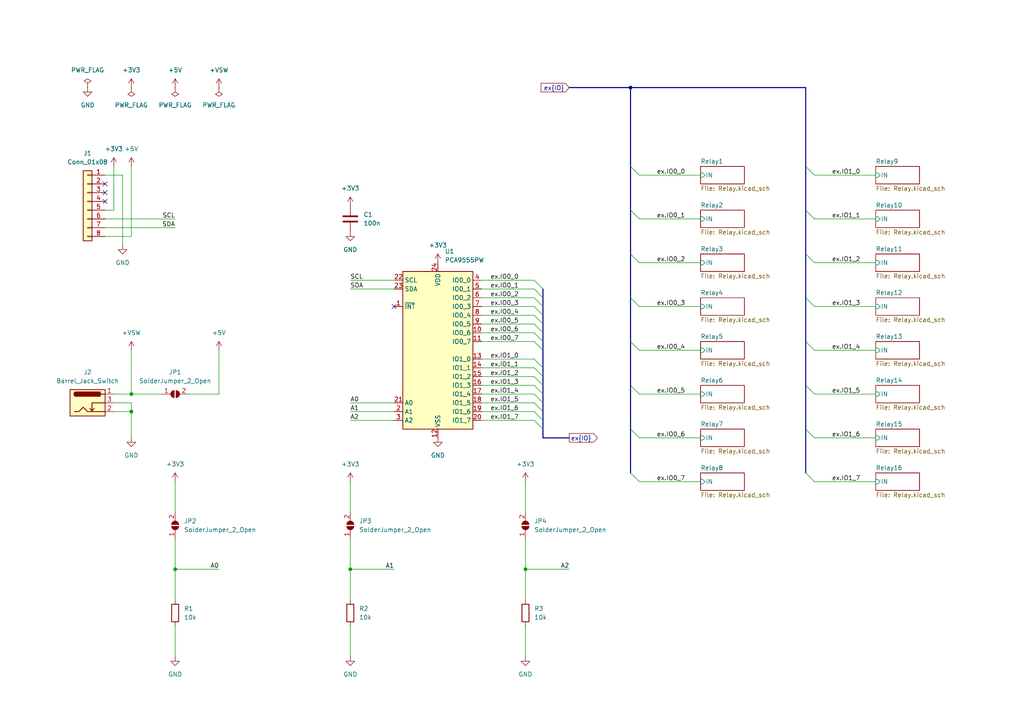
<source format=kicad_sch>
(kicad_sch (version 20211123) (generator eeschema)

  (uuid cef6f603-8a0b-4dd0-af99-ebfbef7d1b4b)

  (paper "A4")

  (title_block
    (title "CabHat_relay")
    (company "@stop_pattern")
  )

  (lib_symbols
    (symbol "Library:Barrel_Jack_Switch" (pin_names hide) (in_bom yes) (on_board yes)
      (property "Reference" "J" (id 0) (at 0 5.334 0)
        (effects (font (size 1.27 1.27)))
      )
      (property "Value" "Barrel_Jack_Switch" (id 1) (at 0 -5.08 0)
        (effects (font (size 1.27 1.27)))
      )
      (property "Footprint" "" (id 2) (at 1.27 -1.016 0)
        (effects (font (size 1.27 1.27)) hide)
      )
      (property "Datasheet" "~" (id 3) (at 1.27 -1.016 0)
        (effects (font (size 1.27 1.27)) hide)
      )
      (property "ki_keywords" "DC power barrel jack connector" (id 4) (at 0 0 0)
        (effects (font (size 1.27 1.27)) hide)
      )
      (property "ki_description" "DC Barrel Jack with an internal switch" (id 5) (at 0 0 0)
        (effects (font (size 1.27 1.27)) hide)
      )
      (property "ki_fp_filters" "BarrelJack*" (id 6) (at 0 0 0)
        (effects (font (size 1.27 1.27)) hide)
      )
      (symbol "Barrel_Jack_Switch_0_1"
        (rectangle (start -5.08 3.81) (end 5.08 -3.81)
          (stroke (width 0.254) (type default) (color 0 0 0 0))
          (fill (type background))
        )
        (arc (start -3.302 3.175) (mid -3.937 2.54) (end -3.302 1.905)
          (stroke (width 0.254) (type default) (color 0 0 0 0))
          (fill (type none))
        )
        (arc (start -3.302 3.175) (mid -3.937 2.54) (end -3.302 1.905)
          (stroke (width 0.254) (type default) (color 0 0 0 0))
          (fill (type outline))
        )
        (polyline
          (pts
            (xy 1.27 -2.286)
            (xy 1.905 -1.651)
          )
          (stroke (width 0.254) (type default) (color 0 0 0 0))
          (fill (type none))
        )
        (polyline
          (pts
            (xy 5.08 2.54)
            (xy 3.81 2.54)
          )
          (stroke (width 0.254) (type default) (color 0 0 0 0))
          (fill (type none))
        )
        (polyline
          (pts
            (xy 5.08 0)
            (xy 1.27 0)
            (xy 1.27 -2.286)
            (xy 0.635 -1.651)
          )
          (stroke (width 0.254) (type default) (color 0 0 0 0))
          (fill (type none))
        )
        (polyline
          (pts
            (xy -3.81 -2.54)
            (xy -2.54 -2.54)
            (xy -1.27 -1.27)
            (xy 0 -2.54)
            (xy 2.54 -2.54)
            (xy 5.08 -2.54)
          )
          (stroke (width 0.254) (type default) (color 0 0 0 0))
          (fill (type none))
        )
        (rectangle (start 3.683 3.175) (end -3.302 1.905)
          (stroke (width 0.254) (type default) (color 0 0 0 0))
          (fill (type outline))
        )
      )
      (symbol "Barrel_Jack_Switch_1_1"
        (pin passive line (at 7.62 2.54 180) (length 2.54)
          (name "~" (effects (font (size 1.27 1.27))))
          (number "1" (effects (font (size 1.27 1.27))))
        )
        (pin passive line (at 7.62 -2.54 180) (length 2.54)
          (name "~" (effects (font (size 1.27 1.27))))
          (number "2" (effects (font (size 1.27 1.27))))
        )
        (pin passive line (at 7.62 0 180) (length 2.54)
          (name "~" (effects (font (size 1.27 1.27))))
          (number "3" (effects (font (size 1.27 1.27))))
        )
      )
    )
    (symbol "Library:C" (pin_numbers hide) (pin_names (offset 0.254)) (in_bom yes) (on_board yes)
      (property "Reference" "C" (id 0) (at 0.635 2.54 0)
        (effects (font (size 1.27 1.27)) (justify left))
      )
      (property "Value" "C" (id 1) (at 0.635 -2.54 0)
        (effects (font (size 1.27 1.27)) (justify left))
      )
      (property "Footprint" "" (id 2) (at 0.9652 -3.81 0)
        (effects (font (size 1.27 1.27)) hide)
      )
      (property "Datasheet" "~" (id 3) (at 0 0 0)
        (effects (font (size 1.27 1.27)) hide)
      )
      (property "ki_keywords" "cap capacitor" (id 4) (at 0 0 0)
        (effects (font (size 1.27 1.27)) hide)
      )
      (property "ki_description" "Unpolarized capacitor" (id 5) (at 0 0 0)
        (effects (font (size 1.27 1.27)) hide)
      )
      (property "ki_fp_filters" "C_*" (id 6) (at 0 0 0)
        (effects (font (size 1.27 1.27)) hide)
      )
      (symbol "C_0_1"
        (polyline
          (pts
            (xy -2.032 -0.762)
            (xy 2.032 -0.762)
          )
          (stroke (width 0.508) (type default) (color 0 0 0 0))
          (fill (type none))
        )
        (polyline
          (pts
            (xy -2.032 0.762)
            (xy 2.032 0.762)
          )
          (stroke (width 0.508) (type default) (color 0 0 0 0))
          (fill (type none))
        )
      )
      (symbol "C_1_1"
        (pin passive line (at 0 3.81 270) (length 2.794)
          (name "~" (effects (font (size 1.27 1.27))))
          (number "1" (effects (font (size 1.27 1.27))))
        )
        (pin passive line (at 0 -3.81 90) (length 2.794)
          (name "~" (effects (font (size 1.27 1.27))))
          (number "2" (effects (font (size 1.27 1.27))))
        )
      )
    )
    (symbol "Library:Conn_01x08" (pin_names (offset 1.016) hide) (in_bom yes) (on_board yes)
      (property "Reference" "J" (id 0) (at 0 10.16 0)
        (effects (font (size 1.27 1.27)))
      )
      (property "Value" "Conn_01x08" (id 1) (at 0 -12.7 0)
        (effects (font (size 1.27 1.27)))
      )
      (property "Footprint" "" (id 2) (at 0 0 0)
        (effects (font (size 1.27 1.27)) hide)
      )
      (property "Datasheet" "~" (id 3) (at 0 0 0)
        (effects (font (size 1.27 1.27)) hide)
      )
      (property "ki_keywords" "connector" (id 4) (at 0 0 0)
        (effects (font (size 1.27 1.27)) hide)
      )
      (property "ki_description" "Generic connector, single row, 01x08, script generated (kicad-library-utils/schlib/autogen/connector/)" (id 5) (at 0 0 0)
        (effects (font (size 1.27 1.27)) hide)
      )
      (property "ki_fp_filters" "Connector*:*_1x??_*" (id 6) (at 0 0 0)
        (effects (font (size 1.27 1.27)) hide)
      )
      (symbol "Conn_01x08_1_1"
        (rectangle (start -1.27 -10.033) (end 0 -10.287)
          (stroke (width 0.1524) (type default) (color 0 0 0 0))
          (fill (type none))
        )
        (rectangle (start -1.27 -7.493) (end 0 -7.747)
          (stroke (width 0.1524) (type default) (color 0 0 0 0))
          (fill (type none))
        )
        (rectangle (start -1.27 -4.953) (end 0 -5.207)
          (stroke (width 0.1524) (type default) (color 0 0 0 0))
          (fill (type none))
        )
        (rectangle (start -1.27 -2.413) (end 0 -2.667)
          (stroke (width 0.1524) (type default) (color 0 0 0 0))
          (fill (type none))
        )
        (rectangle (start -1.27 0.127) (end 0 -0.127)
          (stroke (width 0.1524) (type default) (color 0 0 0 0))
          (fill (type none))
        )
        (rectangle (start -1.27 2.667) (end 0 2.413)
          (stroke (width 0.1524) (type default) (color 0 0 0 0))
          (fill (type none))
        )
        (rectangle (start -1.27 5.207) (end 0 4.953)
          (stroke (width 0.1524) (type default) (color 0 0 0 0))
          (fill (type none))
        )
        (rectangle (start -1.27 7.747) (end 0 7.493)
          (stroke (width 0.1524) (type default) (color 0 0 0 0))
          (fill (type none))
        )
        (rectangle (start -1.27 8.89) (end 1.27 -11.43)
          (stroke (width 0.254) (type default) (color 0 0 0 0))
          (fill (type background))
        )
        (pin passive line (at -5.08 7.62 0) (length 3.81)
          (name "Pin_1" (effects (font (size 1.27 1.27))))
          (number "1" (effects (font (size 1.27 1.27))))
        )
        (pin passive line (at -5.08 5.08 0) (length 3.81)
          (name "Pin_2" (effects (font (size 1.27 1.27))))
          (number "2" (effects (font (size 1.27 1.27))))
        )
        (pin passive line (at -5.08 2.54 0) (length 3.81)
          (name "Pin_3" (effects (font (size 1.27 1.27))))
          (number "3" (effects (font (size 1.27 1.27))))
        )
        (pin passive line (at -5.08 0 0) (length 3.81)
          (name "Pin_4" (effects (font (size 1.27 1.27))))
          (number "4" (effects (font (size 1.27 1.27))))
        )
        (pin passive line (at -5.08 -2.54 0) (length 3.81)
          (name "Pin_5" (effects (font (size 1.27 1.27))))
          (number "5" (effects (font (size 1.27 1.27))))
        )
        (pin passive line (at -5.08 -5.08 0) (length 3.81)
          (name "Pin_6" (effects (font (size 1.27 1.27))))
          (number "6" (effects (font (size 1.27 1.27))))
        )
        (pin passive line (at -5.08 -7.62 0) (length 3.81)
          (name "Pin_7" (effects (font (size 1.27 1.27))))
          (number "7" (effects (font (size 1.27 1.27))))
        )
        (pin passive line (at -5.08 -10.16 0) (length 3.81)
          (name "Pin_8" (effects (font (size 1.27 1.27))))
          (number "8" (effects (font (size 1.27 1.27))))
        )
      )
    )
    (symbol "Library:PCA9555PW" (in_bom yes) (on_board yes)
      (property "Reference" "U" (id 0) (at -8.89 24.13 0)
        (effects (font (size 1.27 1.27)))
      )
      (property "Value" "PCA9555PW" (id 1) (at 6.35 24.13 0)
        (effects (font (size 1.27 1.27)))
      )
      (property "Footprint" "Package_SO:TSSOP-24_4.4x7.8mm_P0.65mm" (id 2) (at 0 0 0)
        (effects (font (size 1.27 1.27)) hide)
      )
      (property "Datasheet" "https://www.nxp.com/docs/en/data-sheet/PCA9555.pdf" (id 3) (at 0 0 0)
        (effects (font (size 1.27 1.27)) hide)
      )
      (property "ki_keywords" "I2C TWI IO expander" (id 4) (at 0 0 0)
        (effects (font (size 1.27 1.27)) hide)
      )
      (property "ki_description" "IO expander 16 GPIO, I2C 400kHz, Interrupt, 2.3 - 5.5V, TSSOP-24" (id 5) (at 0 0 0)
        (effects (font (size 1.27 1.27)) hide)
      )
      (property "ki_fp_filters" "TSSOP*4.4x7.8mm*P0.65mm*" (id 6) (at 0 0 0)
        (effects (font (size 1.27 1.27)) hide)
      )
      (symbol "PCA9555PW_0_1"
        (rectangle (start -10.16 22.86) (end 10.16 -22.86)
          (stroke (width 0.254) (type default) (color 0 0 0 0))
          (fill (type background))
        )
      )
      (symbol "PCA9555PW_1_1"
        (pin open_collector line (at -12.7 12.7 0) (length 2.54)
          (name "~{INT}" (effects (font (size 1.27 1.27))))
          (number "1" (effects (font (size 1.27 1.27))))
        )
        (pin bidirectional line (at 12.7 5.08 180) (length 2.54)
          (name "IO0_6" (effects (font (size 1.27 1.27))))
          (number "10" (effects (font (size 1.27 1.27))))
        )
        (pin bidirectional line (at 12.7 2.54 180) (length 2.54)
          (name "IO0_7" (effects (font (size 1.27 1.27))))
          (number "11" (effects (font (size 1.27 1.27))))
        )
        (pin power_in line (at 0 -25.4 90) (length 2.54)
          (name "VSS" (effects (font (size 1.27 1.27))))
          (number "12" (effects (font (size 1.27 1.27))))
        )
        (pin bidirectional line (at 12.7 -2.54 180) (length 2.54)
          (name "IO1_0" (effects (font (size 1.27 1.27))))
          (number "13" (effects (font (size 1.27 1.27))))
        )
        (pin bidirectional line (at 12.7 -5.08 180) (length 2.54)
          (name "IO1_1" (effects (font (size 1.27 1.27))))
          (number "14" (effects (font (size 1.27 1.27))))
        )
        (pin bidirectional line (at 12.7 -7.62 180) (length 2.54)
          (name "IO1_2" (effects (font (size 1.27 1.27))))
          (number "15" (effects (font (size 1.27 1.27))))
        )
        (pin bidirectional line (at 12.7 -10.16 180) (length 2.54)
          (name "IO1_3" (effects (font (size 1.27 1.27))))
          (number "16" (effects (font (size 1.27 1.27))))
        )
        (pin bidirectional line (at 12.7 -12.7 180) (length 2.54)
          (name "IO1_4" (effects (font (size 1.27 1.27))))
          (number "17" (effects (font (size 1.27 1.27))))
        )
        (pin bidirectional line (at 12.7 -15.24 180) (length 2.54)
          (name "IO1_5" (effects (font (size 1.27 1.27))))
          (number "18" (effects (font (size 1.27 1.27))))
        )
        (pin bidirectional line (at 12.7 -17.78 180) (length 2.54)
          (name "IO1_6" (effects (font (size 1.27 1.27))))
          (number "19" (effects (font (size 1.27 1.27))))
        )
        (pin input line (at -12.7 -17.78 0) (length 2.54)
          (name "A1" (effects (font (size 1.27 1.27))))
          (number "2" (effects (font (size 1.27 1.27))))
        )
        (pin bidirectional line (at 12.7 -20.32 180) (length 2.54)
          (name "IO1_7" (effects (font (size 1.27 1.27))))
          (number "20" (effects (font (size 1.27 1.27))))
        )
        (pin input line (at -12.7 -15.24 0) (length 2.54)
          (name "A0" (effects (font (size 1.27 1.27))))
          (number "21" (effects (font (size 1.27 1.27))))
        )
        (pin input line (at -12.7 20.32 0) (length 2.54)
          (name "SCL" (effects (font (size 1.27 1.27))))
          (number "22" (effects (font (size 1.27 1.27))))
        )
        (pin bidirectional line (at -12.7 17.78 0) (length 2.54)
          (name "SDA" (effects (font (size 1.27 1.27))))
          (number "23" (effects (font (size 1.27 1.27))))
        )
        (pin power_in line (at 0 25.4 270) (length 2.54)
          (name "VDD" (effects (font (size 1.27 1.27))))
          (number "24" (effects (font (size 1.27 1.27))))
        )
        (pin input line (at -12.7 -20.32 0) (length 2.54)
          (name "A2" (effects (font (size 1.27 1.27))))
          (number "3" (effects (font (size 1.27 1.27))))
        )
        (pin bidirectional line (at 12.7 20.32 180) (length 2.54)
          (name "IO0_0" (effects (font (size 1.27 1.27))))
          (number "4" (effects (font (size 1.27 1.27))))
        )
        (pin bidirectional line (at 12.7 17.78 180) (length 2.54)
          (name "IO0_1" (effects (font (size 1.27 1.27))))
          (number "5" (effects (font (size 1.27 1.27))))
        )
        (pin bidirectional line (at 12.7 15.24 180) (length 2.54)
          (name "IO0_2" (effects (font (size 1.27 1.27))))
          (number "6" (effects (font (size 1.27 1.27))))
        )
        (pin bidirectional line (at 12.7 12.7 180) (length 2.54)
          (name "IO0_3" (effects (font (size 1.27 1.27))))
          (number "7" (effects (font (size 1.27 1.27))))
        )
        (pin bidirectional line (at 12.7 10.16 180) (length 2.54)
          (name "IO0_4" (effects (font (size 1.27 1.27))))
          (number "8" (effects (font (size 1.27 1.27))))
        )
        (pin bidirectional line (at 12.7 7.62 180) (length 2.54)
          (name "IO0_5" (effects (font (size 1.27 1.27))))
          (number "9" (effects (font (size 1.27 1.27))))
        )
      )
    )
    (symbol "Library:R" (pin_numbers hide) (pin_names (offset 0)) (in_bom yes) (on_board yes)
      (property "Reference" "R" (id 0) (at 2.032 0 90)
        (effects (font (size 1.27 1.27)))
      )
      (property "Value" "R" (id 1) (at 0 0 90)
        (effects (font (size 1.27 1.27)))
      )
      (property "Footprint" "" (id 2) (at -1.778 0 90)
        (effects (font (size 1.27 1.27)) hide)
      )
      (property "Datasheet" "~" (id 3) (at 0 0 0)
        (effects (font (size 1.27 1.27)) hide)
      )
      (property "ki_keywords" "R res resistor" (id 4) (at 0 0 0)
        (effects (font (size 1.27 1.27)) hide)
      )
      (property "ki_description" "Resistor" (id 5) (at 0 0 0)
        (effects (font (size 1.27 1.27)) hide)
      )
      (property "ki_fp_filters" "R_*" (id 6) (at 0 0 0)
        (effects (font (size 1.27 1.27)) hide)
      )
      (symbol "R_0_1"
        (rectangle (start -1.016 -2.54) (end 1.016 2.54)
          (stroke (width 0.254) (type default) (color 0 0 0 0))
          (fill (type none))
        )
      )
      (symbol "R_1_1"
        (pin passive line (at 0 3.81 270) (length 1.27)
          (name "~" (effects (font (size 1.27 1.27))))
          (number "1" (effects (font (size 1.27 1.27))))
        )
        (pin passive line (at 0 -3.81 90) (length 1.27)
          (name "~" (effects (font (size 1.27 1.27))))
          (number "2" (effects (font (size 1.27 1.27))))
        )
      )
    )
    (symbol "Library:SolderJumper_2_Open" (pin_names (offset 0) hide) (in_bom yes) (on_board yes)
      (property "Reference" "JP" (id 0) (at 0 2.032 0)
        (effects (font (size 1.27 1.27)))
      )
      (property "Value" "SolderJumper_2_Open" (id 1) (at 0 -2.54 0)
        (effects (font (size 1.27 1.27)))
      )
      (property "Footprint" "" (id 2) (at 0 0 0)
        (effects (font (size 1.27 1.27)) hide)
      )
      (property "Datasheet" "~" (id 3) (at 0 0 0)
        (effects (font (size 1.27 1.27)) hide)
      )
      (property "ki_keywords" "solder jumper SPST" (id 4) (at 0 0 0)
        (effects (font (size 1.27 1.27)) hide)
      )
      (property "ki_description" "Solder Jumper, 2-pole, open" (id 5) (at 0 0 0)
        (effects (font (size 1.27 1.27)) hide)
      )
      (property "ki_fp_filters" "SolderJumper*Open*" (id 6) (at 0 0 0)
        (effects (font (size 1.27 1.27)) hide)
      )
      (symbol "SolderJumper_2_Open_0_1"
        (arc (start -0.254 1.016) (mid -1.27 0) (end -0.254 -1.016)
          (stroke (width 0) (type default) (color 0 0 0 0))
          (fill (type none))
        )
        (arc (start -0.254 1.016) (mid -1.27 0) (end -0.254 -1.016)
          (stroke (width 0) (type default) (color 0 0 0 0))
          (fill (type outline))
        )
        (polyline
          (pts
            (xy -0.254 1.016)
            (xy -0.254 -1.016)
          )
          (stroke (width 0) (type default) (color 0 0 0 0))
          (fill (type none))
        )
        (polyline
          (pts
            (xy 0.254 1.016)
            (xy 0.254 -1.016)
          )
          (stroke (width 0) (type default) (color 0 0 0 0))
          (fill (type none))
        )
        (arc (start 0.254 -1.016) (mid 1.27 0) (end 0.254 1.016)
          (stroke (width 0) (type default) (color 0 0 0 0))
          (fill (type none))
        )
        (arc (start 0.254 -1.016) (mid 1.27 0) (end 0.254 1.016)
          (stroke (width 0) (type default) (color 0 0 0 0))
          (fill (type outline))
        )
      )
      (symbol "SolderJumper_2_Open_1_1"
        (pin passive line (at -3.81 0 0) (length 2.54)
          (name "A" (effects (font (size 1.27 1.27))))
          (number "1" (effects (font (size 1.27 1.27))))
        )
        (pin passive line (at 3.81 0 180) (length 2.54)
          (name "B" (effects (font (size 1.27 1.27))))
          (number "2" (effects (font (size 1.27 1.27))))
        )
      )
    )
    (symbol "power:+3V3" (power) (pin_names (offset 0)) (in_bom yes) (on_board yes)
      (property "Reference" "#PWR" (id 0) (at 0 -3.81 0)
        (effects (font (size 1.27 1.27)) hide)
      )
      (property "Value" "+3V3" (id 1) (at 0 3.556 0)
        (effects (font (size 1.27 1.27)))
      )
      (property "Footprint" "" (id 2) (at 0 0 0)
        (effects (font (size 1.27 1.27)) hide)
      )
      (property "Datasheet" "" (id 3) (at 0 0 0)
        (effects (font (size 1.27 1.27)) hide)
      )
      (property "ki_keywords" "power-flag" (id 4) (at 0 0 0)
        (effects (font (size 1.27 1.27)) hide)
      )
      (property "ki_description" "Power symbol creates a global label with name \"+3V3\"" (id 5) (at 0 0 0)
        (effects (font (size 1.27 1.27)) hide)
      )
      (symbol "+3V3_0_1"
        (polyline
          (pts
            (xy -0.762 1.27)
            (xy 0 2.54)
          )
          (stroke (width 0) (type default) (color 0 0 0 0))
          (fill (type none))
        )
        (polyline
          (pts
            (xy 0 0)
            (xy 0 2.54)
          )
          (stroke (width 0) (type default) (color 0 0 0 0))
          (fill (type none))
        )
        (polyline
          (pts
            (xy 0 2.54)
            (xy 0.762 1.27)
          )
          (stroke (width 0) (type default) (color 0 0 0 0))
          (fill (type none))
        )
      )
      (symbol "+3V3_1_1"
        (pin power_in line (at 0 0 90) (length 0) hide
          (name "+3V3" (effects (font (size 1.27 1.27))))
          (number "1" (effects (font (size 1.27 1.27))))
        )
      )
    )
    (symbol "power:+5V" (power) (pin_names (offset 0)) (in_bom yes) (on_board yes)
      (property "Reference" "#PWR" (id 0) (at 0 -3.81 0)
        (effects (font (size 1.27 1.27)) hide)
      )
      (property "Value" "+5V" (id 1) (at 0 3.556 0)
        (effects (font (size 1.27 1.27)))
      )
      (property "Footprint" "" (id 2) (at 0 0 0)
        (effects (font (size 1.27 1.27)) hide)
      )
      (property "Datasheet" "" (id 3) (at 0 0 0)
        (effects (font (size 1.27 1.27)) hide)
      )
      (property "ki_keywords" "power-flag" (id 4) (at 0 0 0)
        (effects (font (size 1.27 1.27)) hide)
      )
      (property "ki_description" "Power symbol creates a global label with name \"+5V\"" (id 5) (at 0 0 0)
        (effects (font (size 1.27 1.27)) hide)
      )
      (symbol "+5V_0_1"
        (polyline
          (pts
            (xy -0.762 1.27)
            (xy 0 2.54)
          )
          (stroke (width 0) (type default) (color 0 0 0 0))
          (fill (type none))
        )
        (polyline
          (pts
            (xy 0 0)
            (xy 0 2.54)
          )
          (stroke (width 0) (type default) (color 0 0 0 0))
          (fill (type none))
        )
        (polyline
          (pts
            (xy 0 2.54)
            (xy 0.762 1.27)
          )
          (stroke (width 0) (type default) (color 0 0 0 0))
          (fill (type none))
        )
      )
      (symbol "+5V_1_1"
        (pin power_in line (at 0 0 90) (length 0) hide
          (name "+5V" (effects (font (size 1.27 1.27))))
          (number "1" (effects (font (size 1.27 1.27))))
        )
      )
    )
    (symbol "power:+VSW" (power) (pin_names (offset 0)) (in_bom yes) (on_board yes)
      (property "Reference" "#PWR" (id 0) (at 0 -3.81 0)
        (effects (font (size 1.27 1.27)) hide)
      )
      (property "Value" "+VSW" (id 1) (at 0 3.556 0)
        (effects (font (size 1.27 1.27)))
      )
      (property "Footprint" "" (id 2) (at 0 0 0)
        (effects (font (size 1.27 1.27)) hide)
      )
      (property "Datasheet" "" (id 3) (at 0 0 0)
        (effects (font (size 1.27 1.27)) hide)
      )
      (property "ki_keywords" "power-flag" (id 4) (at 0 0 0)
        (effects (font (size 1.27 1.27)) hide)
      )
      (property "ki_description" "Power symbol creates a global label with name \"+VSW\"" (id 5) (at 0 0 0)
        (effects (font (size 1.27 1.27)) hide)
      )
      (symbol "+VSW_0_1"
        (polyline
          (pts
            (xy -0.762 1.27)
            (xy 0 2.54)
          )
          (stroke (width 0) (type default) (color 0 0 0 0))
          (fill (type none))
        )
        (polyline
          (pts
            (xy 0 0)
            (xy 0 2.54)
          )
          (stroke (width 0) (type default) (color 0 0 0 0))
          (fill (type none))
        )
        (polyline
          (pts
            (xy 0 2.54)
            (xy 0.762 1.27)
          )
          (stroke (width 0) (type default) (color 0 0 0 0))
          (fill (type none))
        )
      )
      (symbol "+VSW_1_1"
        (pin power_in line (at 0 0 90) (length 0) hide
          (name "+VSW" (effects (font (size 1.27 1.27))))
          (number "1" (effects (font (size 1.27 1.27))))
        )
      )
    )
    (symbol "power:GND" (power) (pin_names (offset 0)) (in_bom yes) (on_board yes)
      (property "Reference" "#PWR" (id 0) (at 0 -6.35 0)
        (effects (font (size 1.27 1.27)) hide)
      )
      (property "Value" "GND" (id 1) (at 0 -3.81 0)
        (effects (font (size 1.27 1.27)))
      )
      (property "Footprint" "" (id 2) (at 0 0 0)
        (effects (font (size 1.27 1.27)) hide)
      )
      (property "Datasheet" "" (id 3) (at 0 0 0)
        (effects (font (size 1.27 1.27)) hide)
      )
      (property "ki_keywords" "power-flag" (id 4) (at 0 0 0)
        (effects (font (size 1.27 1.27)) hide)
      )
      (property "ki_description" "Power symbol creates a global label with name \"GND\" , ground" (id 5) (at 0 0 0)
        (effects (font (size 1.27 1.27)) hide)
      )
      (symbol "GND_0_1"
        (polyline
          (pts
            (xy 0 0)
            (xy 0 -1.27)
            (xy 1.27 -1.27)
            (xy 0 -2.54)
            (xy -1.27 -1.27)
            (xy 0 -1.27)
          )
          (stroke (width 0) (type default) (color 0 0 0 0))
          (fill (type none))
        )
      )
      (symbol "GND_1_1"
        (pin power_in line (at 0 0 270) (length 0) hide
          (name "GND" (effects (font (size 1.27 1.27))))
          (number "1" (effects (font (size 1.27 1.27))))
        )
      )
    )
    (symbol "power:PWR_FLAG" (power) (pin_numbers hide) (pin_names (offset 0) hide) (in_bom yes) (on_board yes)
      (property "Reference" "#FLG" (id 0) (at 0 1.905 0)
        (effects (font (size 1.27 1.27)) hide)
      )
      (property "Value" "PWR_FLAG" (id 1) (at 0 3.81 0)
        (effects (font (size 1.27 1.27)))
      )
      (property "Footprint" "" (id 2) (at 0 0 0)
        (effects (font (size 1.27 1.27)) hide)
      )
      (property "Datasheet" "~" (id 3) (at 0 0 0)
        (effects (font (size 1.27 1.27)) hide)
      )
      (property "ki_keywords" "power-flag" (id 4) (at 0 0 0)
        (effects (font (size 1.27 1.27)) hide)
      )
      (property "ki_description" "Special symbol for telling ERC where power comes from" (id 5) (at 0 0 0)
        (effects (font (size 1.27 1.27)) hide)
      )
      (symbol "PWR_FLAG_0_0"
        (pin power_out line (at 0 0 90) (length 0)
          (name "pwr" (effects (font (size 1.27 1.27))))
          (number "1" (effects (font (size 1.27 1.27))))
        )
      )
      (symbol "PWR_FLAG_0_1"
        (polyline
          (pts
            (xy 0 0)
            (xy 0 1.27)
            (xy -1.016 1.905)
            (xy 0 2.54)
            (xy 1.016 1.905)
            (xy 0 1.27)
          )
          (stroke (width 0) (type default) (color 0 0 0 0))
          (fill (type none))
        )
      )
    )
  )

  (bus_alias "IO" (members "IO0_[0..7]" "IO1_[0..7]"))
  (junction (at 182.88 25.4) (diameter 0) (color 0 0 0 0)
    (uuid 44c73de6-284a-47ee-ade3-94eb4705b21e)
  )
  (junction (at 38.1 119.38) (diameter 0) (color 0 0 0 0)
    (uuid 5f831fd2-5b78-4666-bc2b-5cf38ff39304)
  )
  (junction (at 50.8 165.1) (diameter 0) (color 0 0 0 0)
    (uuid 84555ee9-10e8-4db3-8e61-d7cd0cc28550)
  )
  (junction (at 152.4 165.1) (diameter 0) (color 0 0 0 0)
    (uuid 97b16b65-a4f0-4196-a854-954183b53ace)
  )
  (junction (at 38.1 114.3) (diameter 0) (color 0 0 0 0)
    (uuid eda371a7-4317-4dcc-974c-61c75330a3ad)
  )
  (junction (at 101.6 165.1) (diameter 0) (color 0 0 0 0)
    (uuid f3d6e2fb-2092-4b94-95b9-c4b65760438c)
  )

  (no_connect (at 30.48 53.34) (uuid 7b2b45d8-39b7-4d12-ad1a-5a112e0166f5))
  (no_connect (at 30.48 55.88) (uuid 9dc55e65-d9bf-4734-9e04-3e4bf42bdaae))
  (no_connect (at 30.48 58.42) (uuid ad40f7a3-d5bb-4137-996a-712decb20e6e))
  (no_connect (at 114.3 88.9) (uuid bd293c88-e879-46b9-9436-3bd867b03e90))

  (bus_entry (at 157.48 124.46) (size -2.54 -2.54)
    (stroke (width 0) (type default) (color 0 0 0 0))
    (uuid 01f02b08-1a12-4261-8a57-2b27eea72328)
  )
  (bus_entry (at 233.68 48.26) (size 2.54 2.54)
    (stroke (width 0) (type default) (color 0 0 0 0))
    (uuid 0bbda016-3548-4489-b65a-2bb4d8784330)
  )
  (bus_entry (at 182.88 99.06) (size 2.54 2.54)
    (stroke (width 0) (type default) (color 0 0 0 0))
    (uuid 0e6c4236-3f13-46b7-953f-556f08d3db13)
  )
  (bus_entry (at 182.88 111.76) (size 2.54 2.54)
    (stroke (width 0) (type default) (color 0 0 0 0))
    (uuid 186d99d5-9001-4557-a3f4-5e8912733b7b)
  )
  (bus_entry (at 233.68 60.96) (size 2.54 2.54)
    (stroke (width 0) (type default) (color 0 0 0 0))
    (uuid 1c80c9b6-a9c4-4c18-967e-a8faa9ddc878)
  )
  (bus_entry (at 157.48 121.92) (size -2.54 -2.54)
    (stroke (width 0) (type default) (color 0 0 0 0))
    (uuid 4cfd8c0e-fe02-44f8-aac1-4707b677de9c)
  )
  (bus_entry (at 157.48 93.98) (size -2.54 -2.54)
    (stroke (width 0) (type default) (color 0 0 0 0))
    (uuid 4e500195-c8a1-464a-aa6c-18c38ddb8012)
  )
  (bus_entry (at 157.48 101.6) (size -2.54 -2.54)
    (stroke (width 0) (type default) (color 0 0 0 0))
    (uuid 510a59df-6992-4391-af7d-3fdb86f5bda0)
  )
  (bus_entry (at 157.48 106.68) (size -2.54 -2.54)
    (stroke (width 0) (type default) (color 0 0 0 0))
    (uuid 5b34ecfe-d6bf-4a80-9170-b052cbf03202)
  )
  (bus_entry (at 233.68 137.16) (size 2.54 2.54)
    (stroke (width 0) (type default) (color 0 0 0 0))
    (uuid 636be800-0ff8-4784-9c1a-0135b7e8084b)
  )
  (bus_entry (at 157.48 114.3) (size -2.54 -2.54)
    (stroke (width 0) (type default) (color 0 0 0 0))
    (uuid 69b4c955-7f3c-4d23-8d02-1ccf3471eed5)
  )
  (bus_entry (at 233.68 111.76) (size 2.54 2.54)
    (stroke (width 0) (type default) (color 0 0 0 0))
    (uuid 6a78cf35-37a3-4f4b-8353-898849b3aae8)
  )
  (bus_entry (at 157.48 111.76) (size -2.54 -2.54)
    (stroke (width 0) (type default) (color 0 0 0 0))
    (uuid 7336c5a8-94e1-4641-a11d-b695c266ceae)
  )
  (bus_entry (at 157.48 96.52) (size -2.54 -2.54)
    (stroke (width 0) (type default) (color 0 0 0 0))
    (uuid 75d66c15-3153-4904-b40b-30b54a2d03ab)
  )
  (bus_entry (at 233.68 73.66) (size 2.54 2.54)
    (stroke (width 0) (type default) (color 0 0 0 0))
    (uuid 8062b0c3-d26a-403d-b24e-d6c663e46a75)
  )
  (bus_entry (at 157.48 86.36) (size -2.54 -2.54)
    (stroke (width 0) (type default) (color 0 0 0 0))
    (uuid 82798de1-8c86-40c2-9d33-4bbce9483db4)
  )
  (bus_entry (at 182.88 48.26) (size 2.54 2.54)
    (stroke (width 0) (type default) (color 0 0 0 0))
    (uuid 8a871907-3a82-435b-91c6-7de74dd33d9e)
  )
  (bus_entry (at 182.88 73.66) (size 2.54 2.54)
    (stroke (width 0) (type default) (color 0 0 0 0))
    (uuid 9ac9020c-6456-4ae6-82e2-f26121e2fd51)
  )
  (bus_entry (at 157.48 88.9) (size -2.54 -2.54)
    (stroke (width 0) (type default) (color 0 0 0 0))
    (uuid a43f4d8d-8217-411d-93e3-ac64fcd05b89)
  )
  (bus_entry (at 233.68 99.06) (size 2.54 2.54)
    (stroke (width 0) (type default) (color 0 0 0 0))
    (uuid a5230150-eefa-4703-9e8c-3733242e0795)
  )
  (bus_entry (at 157.48 109.22) (size -2.54 -2.54)
    (stroke (width 0) (type default) (color 0 0 0 0))
    (uuid ac89a49d-5e91-4d6c-b3d8-3206f4115504)
  )
  (bus_entry (at 182.88 137.16) (size 2.54 2.54)
    (stroke (width 0) (type default) (color 0 0 0 0))
    (uuid b328dd2e-cabb-4f77-b9c0-82270071340f)
  )
  (bus_entry (at 182.88 86.36) (size 2.54 2.54)
    (stroke (width 0) (type default) (color 0 0 0 0))
    (uuid bc3c0bb1-66d8-4d0c-95c1-32f207f2da4f)
  )
  (bus_entry (at 157.48 91.44) (size -2.54 -2.54)
    (stroke (width 0) (type default) (color 0 0 0 0))
    (uuid c69f70f0-b0fd-432e-9b61-d001fc5f1301)
  )
  (bus_entry (at 233.68 124.46) (size 2.54 2.54)
    (stroke (width 0) (type default) (color 0 0 0 0))
    (uuid c981ba09-4e7a-4f11-84d0-f4c0b982b1aa)
  )
  (bus_entry (at 233.68 86.36) (size 2.54 2.54)
    (stroke (width 0) (type default) (color 0 0 0 0))
    (uuid ce3ddfa5-22e2-4146-b5ed-56e965f81e65)
  )
  (bus_entry (at 182.88 60.96) (size 2.54 2.54)
    (stroke (width 0) (type default) (color 0 0 0 0))
    (uuid dcf98d91-9a05-4521-bcd8-d53577cc86c9)
  )
  (bus_entry (at 157.48 116.84) (size -2.54 -2.54)
    (stroke (width 0) (type default) (color 0 0 0 0))
    (uuid e6b83c9f-2077-4524-95e6-7cad89f11391)
  )
  (bus_entry (at 157.48 83.82) (size -2.54 -2.54)
    (stroke (width 0) (type default) (color 0 0 0 0))
    (uuid e9cc6721-b047-4808-a077-b3530b14ddf1)
  )
  (bus_entry (at 157.48 119.38) (size -2.54 -2.54)
    (stroke (width 0) (type default) (color 0 0 0 0))
    (uuid ee7cba42-195c-4612-9271-661f62ec4858)
  )
  (bus_entry (at 182.88 124.46) (size 2.54 2.54)
    (stroke (width 0) (type default) (color 0 0 0 0))
    (uuid fd36754e-841e-44dc-ab98-5bba52a5056d)
  )
  (bus_entry (at 157.48 99.06) (size -2.54 -2.54)
    (stroke (width 0) (type default) (color 0 0 0 0))
    (uuid ffa3a8fe-9121-4bea-ab51-2521001a633b)
  )

  (bus (pts (xy 157.48 101.6) (xy 157.48 106.68))
    (stroke (width 0) (type default) (color 0 0 0 0))
    (uuid 0297c709-b1c4-437b-a5b6-1463379c6148)
  )

  (wire (pts (xy 101.6 165.1) (xy 114.3 165.1))
    (stroke (width 0) (type default) (color 0 0 0 0))
    (uuid 083ca441-6f94-4340-879d-57c294bf46e3)
  )
  (bus (pts (xy 233.68 60.96) (xy 233.68 48.26))
    (stroke (width 0) (type default) (color 0 0 0 0))
    (uuid 0cac816b-a96e-43c2-a273-f59cf8419b75)
  )

  (wire (pts (xy 152.4 190.5) (xy 152.4 181.61))
    (stroke (width 0) (type default) (color 0 0 0 0))
    (uuid 0d806838-20a6-42e8-9b18-2721255f78d9)
  )
  (bus (pts (xy 233.68 48.26) (xy 233.68 25.4))
    (stroke (width 0) (type default) (color 0 0 0 0))
    (uuid 0e4230f5-9eaf-4689-b1d6-69ddcaa8ff95)
  )

  (wire (pts (xy 33.02 119.38) (xy 38.1 119.38))
    (stroke (width 0) (type default) (color 0 0 0 0))
    (uuid 0f7ac3c7-eadb-4342-b02d-d71f51d457c6)
  )
  (wire (pts (xy 236.22 114.3) (xy 254 114.3))
    (stroke (width 0) (type default) (color 0 0 0 0))
    (uuid 1448c057-f719-42dd-9e21-cf68419e79dc)
  )
  (bus (pts (xy 233.68 137.16) (xy 233.68 124.46))
    (stroke (width 0) (type default) (color 0 0 0 0))
    (uuid 1c0be7f1-8925-48a9-b615-577f658d9b59)
  )

  (wire (pts (xy 139.7 93.98) (xy 154.94 93.98))
    (stroke (width 0) (type default) (color 0 0 0 0))
    (uuid 1dd1253d-20d3-4b9a-91e0-895e0a93f705)
  )
  (bus (pts (xy 157.48 109.22) (xy 157.48 111.76))
    (stroke (width 0) (type default) (color 0 0 0 0))
    (uuid 201a5693-0ded-4edc-85cc-9aac1343f644)
  )

  (wire (pts (xy 101.6 119.38) (xy 114.3 119.38))
    (stroke (width 0) (type default) (color 0 0 0 0))
    (uuid 24249f16-c793-40c4-94e9-85d0320acb41)
  )
  (bus (pts (xy 182.88 60.96) (xy 182.88 48.26))
    (stroke (width 0) (type default) (color 0 0 0 0))
    (uuid 25d35bac-d09a-4d3a-9ea1-917f44c85602)
  )

  (wire (pts (xy 38.1 116.84) (xy 33.02 116.84))
    (stroke (width 0) (type default) (color 0 0 0 0))
    (uuid 2739c3d3-48e7-4de0-8bd1-c772b56973a3)
  )
  (wire (pts (xy 38.1 48.26) (xy 38.1 68.58))
    (stroke (width 0) (type default) (color 0 0 0 0))
    (uuid 27598169-394f-4270-879a-25949df9f295)
  )
  (bus (pts (xy 233.68 124.46) (xy 233.68 111.76))
    (stroke (width 0) (type default) (color 0 0 0 0))
    (uuid 276678ea-22d4-466e-8a97-f7bb80da2e47)
  )

  (wire (pts (xy 101.6 81.28) (xy 114.3 81.28))
    (stroke (width 0) (type default) (color 0 0 0 0))
    (uuid 2ad6b4be-e9ab-49e2-a5b8-ea6ee0c4e5e7)
  )
  (wire (pts (xy 30.48 66.04) (xy 50.8 66.04))
    (stroke (width 0) (type default) (color 0 0 0 0))
    (uuid 2ec13b16-fb12-4f5c-9d7f-70533ac44b8e)
  )
  (wire (pts (xy 101.6 190.5) (xy 101.6 181.61))
    (stroke (width 0) (type default) (color 0 0 0 0))
    (uuid 2eea4430-beb3-4e46-9af2-db1687374522)
  )
  (wire (pts (xy 33.02 48.26) (xy 33.02 60.96))
    (stroke (width 0) (type default) (color 0 0 0 0))
    (uuid 321ceaa2-85e9-474a-94d7-c7c06570bf8a)
  )
  (bus (pts (xy 157.48 121.92) (xy 157.48 124.46))
    (stroke (width 0) (type default) (color 0 0 0 0))
    (uuid 32c22c35-b6c6-4216-9d26-7d1fe7aa6322)
  )
  (bus (pts (xy 182.88 25.4) (xy 182.88 48.26))
    (stroke (width 0) (type default) (color 0 0 0 0))
    (uuid 32e0be13-0c7a-4265-a5bb-2a38159fb95f)
  )

  (wire (pts (xy 236.22 63.5) (xy 254 63.5))
    (stroke (width 0) (type default) (color 0 0 0 0))
    (uuid 35b3f185-64f8-496a-9f29-85ef905e7456)
  )
  (wire (pts (xy 139.7 86.36) (xy 154.94 86.36))
    (stroke (width 0) (type default) (color 0 0 0 0))
    (uuid 383bafa6-3736-4d65-a923-a7fd55040924)
  )
  (wire (pts (xy 139.7 104.14) (xy 154.94 104.14))
    (stroke (width 0) (type default) (color 0 0 0 0))
    (uuid 3afd37cc-6d78-4cc7-90af-a59ce5b3ec3f)
  )
  (wire (pts (xy 185.42 127) (xy 203.2 127))
    (stroke (width 0) (type default) (color 0 0 0 0))
    (uuid 3c2869f3-80f9-4580-a599-d3beddc1c18c)
  )
  (wire (pts (xy 185.42 114.3) (xy 203.2 114.3))
    (stroke (width 0) (type default) (color 0 0 0 0))
    (uuid 3fde2c39-b236-43b4-8d31-f1c8810b64f8)
  )
  (wire (pts (xy 185.42 139.7) (xy 203.2 139.7))
    (stroke (width 0) (type default) (color 0 0 0 0))
    (uuid 426ea353-6c7f-46cd-b292-e94b2042f500)
  )
  (bus (pts (xy 233.68 111.76) (xy 233.68 99.06))
    (stroke (width 0) (type default) (color 0 0 0 0))
    (uuid 44242c89-0f67-4774-9d76-78bcd537c670)
  )
  (bus (pts (xy 157.48 106.68) (xy 157.48 109.22))
    (stroke (width 0) (type default) (color 0 0 0 0))
    (uuid 45df5b7c-9ce0-434b-b234-78525a8b7839)
  )

  (wire (pts (xy 185.42 88.9) (xy 203.2 88.9))
    (stroke (width 0) (type default) (color 0 0 0 0))
    (uuid 46fd5b17-937a-4680-8614-08b0cac11e38)
  )
  (wire (pts (xy 50.8 165.1) (xy 63.5 165.1))
    (stroke (width 0) (type default) (color 0 0 0 0))
    (uuid 4724082e-feeb-4823-b104-203724fccf95)
  )
  (wire (pts (xy 139.7 91.44) (xy 154.94 91.44))
    (stroke (width 0) (type default) (color 0 0 0 0))
    (uuid 4c90db1b-c64b-4578-8928-980c02195c7d)
  )
  (bus (pts (xy 157.48 93.98) (xy 157.48 96.52))
    (stroke (width 0) (type default) (color 0 0 0 0))
    (uuid 4f6a89fe-4875-4fc7-960d-ae5fad327519)
  )

  (wire (pts (xy 50.8 165.1) (xy 50.8 173.99))
    (stroke (width 0) (type default) (color 0 0 0 0))
    (uuid 5109efc9-9ffb-41bd-8db5-304aa0f6f66b)
  )
  (wire (pts (xy 152.4 165.1) (xy 152.4 173.99))
    (stroke (width 0) (type default) (color 0 0 0 0))
    (uuid 5116d418-72d8-4d5f-a1e8-5e54f05b920d)
  )
  (wire (pts (xy 236.22 127) (xy 254 127))
    (stroke (width 0) (type default) (color 0 0 0 0))
    (uuid 5233ce52-3874-44e1-a458-d351e0f9d59e)
  )
  (wire (pts (xy 101.6 156.21) (xy 101.6 165.1))
    (stroke (width 0) (type default) (color 0 0 0 0))
    (uuid 56c0c3a4-17f0-40d7-8bca-da96940f8fea)
  )
  (bus (pts (xy 157.48 124.46) (xy 157.48 127))
    (stroke (width 0) (type default) (color 0 0 0 0))
    (uuid 577cd928-f059-4fea-96f2-8694287618ba)
  )

  (wire (pts (xy 139.7 121.92) (xy 154.94 121.92))
    (stroke (width 0) (type default) (color 0 0 0 0))
    (uuid 57e9f0c2-eaa2-4ccb-8baf-d58bb46db806)
  )
  (wire (pts (xy 185.42 76.2) (xy 203.2 76.2))
    (stroke (width 0) (type default) (color 0 0 0 0))
    (uuid 5aa5776c-4d3a-470f-9276-ef788d99d045)
  )
  (bus (pts (xy 233.68 86.36) (xy 233.68 73.66))
    (stroke (width 0) (type default) (color 0 0 0 0))
    (uuid 5ed537f6-59e0-4775-892e-907633a9ab97)
  )

  (wire (pts (xy 101.6 116.84) (xy 114.3 116.84))
    (stroke (width 0) (type default) (color 0 0 0 0))
    (uuid 6215a81f-7a1a-47dd-9d89-d5de65d9ff9e)
  )
  (wire (pts (xy 139.7 96.52) (xy 154.94 96.52))
    (stroke (width 0) (type default) (color 0 0 0 0))
    (uuid 6282e2cb-fbb9-45dc-9859-1d839eb6633d)
  )
  (bus (pts (xy 182.88 111.76) (xy 182.88 99.06))
    (stroke (width 0) (type default) (color 0 0 0 0))
    (uuid 629bccdc-4dfd-4927-a3e7-37089198665a)
  )

  (wire (pts (xy 139.7 116.84) (xy 154.94 116.84))
    (stroke (width 0) (type default) (color 0 0 0 0))
    (uuid 62c38dbe-469a-4fbc-8e93-b26823804402)
  )
  (wire (pts (xy 185.42 50.8) (xy 203.2 50.8))
    (stroke (width 0) (type default) (color 0 0 0 0))
    (uuid 666887c6-30aa-4e8e-a15a-5b0b6a1c6cc4)
  )
  (bus (pts (xy 233.68 25.4) (xy 182.88 25.4))
    (stroke (width 0) (type default) (color 0 0 0 0))
    (uuid 68edd3ab-8016-4c3f-9e36-9ca02e8201c3)
  )

  (wire (pts (xy 46.99 114.3) (xy 38.1 114.3))
    (stroke (width 0) (type default) (color 0 0 0 0))
    (uuid 69457729-1bc2-4127-9ec5-2975bea4c350)
  )
  (bus (pts (xy 157.48 86.36) (xy 157.48 88.9))
    (stroke (width 0) (type default) (color 0 0 0 0))
    (uuid 6d38f6b7-c404-4263-bb5b-ffca1ac217d9)
  )

  (wire (pts (xy 236.22 139.7) (xy 254 139.7))
    (stroke (width 0) (type default) (color 0 0 0 0))
    (uuid 6e92066b-7c52-4849-b439-21e33922e369)
  )
  (bus (pts (xy 157.48 114.3) (xy 157.48 116.84))
    (stroke (width 0) (type default) (color 0 0 0 0))
    (uuid 6f3d33c4-1e0b-46f5-9b04-f069f07a03ed)
  )
  (bus (pts (xy 233.68 73.66) (xy 233.68 60.96))
    (stroke (width 0) (type default) (color 0 0 0 0))
    (uuid 6fe78a68-ab46-4c74-a10c-1a6a00122854)
  )

  (wire (pts (xy 139.7 83.82) (xy 154.94 83.82))
    (stroke (width 0) (type default) (color 0 0 0 0))
    (uuid 705bc5ac-c358-47f9-ac2d-00157a5c6d74)
  )
  (bus (pts (xy 157.48 127) (xy 165.1 127))
    (stroke (width 0) (type default) (color 0 0 0 0))
    (uuid 7af007bc-2e76-49ca-a4ae-c37a74ee769e)
  )

  (wire (pts (xy 139.7 109.22) (xy 154.94 109.22))
    (stroke (width 0) (type default) (color 0 0 0 0))
    (uuid 7cf162e7-9af0-4512-a7e4-4fd1cba11f46)
  )
  (bus (pts (xy 182.88 137.16) (xy 182.88 124.46))
    (stroke (width 0) (type default) (color 0 0 0 0))
    (uuid 8013effd-7d56-4d1c-98b8-7044577c8e5e)
  )

  (wire (pts (xy 185.42 63.5) (xy 203.2 63.5))
    (stroke (width 0) (type default) (color 0 0 0 0))
    (uuid 809f799f-1e84-4799-9792-aa9aadb7dcbb)
  )
  (wire (pts (xy 152.4 165.1) (xy 165.1 165.1))
    (stroke (width 0) (type default) (color 0 0 0 0))
    (uuid 816eb8bf-d22d-4549-bfb8-47f60e8bdf0b)
  )
  (bus (pts (xy 157.48 116.84) (xy 157.48 119.38))
    (stroke (width 0) (type default) (color 0 0 0 0))
    (uuid 825c764e-6401-405b-b5b9-8086fe53a396)
  )

  (wire (pts (xy 38.1 101.6) (xy 38.1 114.3))
    (stroke (width 0) (type default) (color 0 0 0 0))
    (uuid 82ffadf3-003f-4176-ba64-b68ab5092337)
  )
  (bus (pts (xy 182.88 73.66) (xy 182.88 60.96))
    (stroke (width 0) (type default) (color 0 0 0 0))
    (uuid 8c575c8b-bf97-4207-8a93-05e5658c39cb)
  )

  (wire (pts (xy 63.5 101.6) (xy 63.5 114.3))
    (stroke (width 0) (type default) (color 0 0 0 0))
    (uuid 8c753f63-74a2-43a4-8ae7-6bb22b93e7e2)
  )
  (wire (pts (xy 139.7 106.68) (xy 154.94 106.68))
    (stroke (width 0) (type default) (color 0 0 0 0))
    (uuid 8d586cc8-b327-477d-86ac-73e7b5d7e6b5)
  )
  (wire (pts (xy 101.6 121.92) (xy 114.3 121.92))
    (stroke (width 0) (type default) (color 0 0 0 0))
    (uuid 92eba141-964f-481c-acea-c8ed7c6da87f)
  )
  (wire (pts (xy 101.6 139.7) (xy 101.6 148.59))
    (stroke (width 0) (type default) (color 0 0 0 0))
    (uuid 94b06f16-6f05-4e91-ae06-c6a029ed8dc8)
  )
  (bus (pts (xy 233.68 99.06) (xy 233.68 86.36))
    (stroke (width 0) (type default) (color 0 0 0 0))
    (uuid 97c7717f-d11e-4c62-a00d-0147a82f26e5)
  )

  (wire (pts (xy 30.48 60.96) (xy 33.02 60.96))
    (stroke (width 0) (type default) (color 0 0 0 0))
    (uuid 9926c7e0-0ec0-4c0f-ad5e-f5732c316be5)
  )
  (wire (pts (xy 152.4 139.7) (xy 152.4 148.59))
    (stroke (width 0) (type default) (color 0 0 0 0))
    (uuid 9a2add90-0676-4251-88bd-d763edcc8c19)
  )
  (wire (pts (xy 139.7 114.3) (xy 154.94 114.3))
    (stroke (width 0) (type default) (color 0 0 0 0))
    (uuid 9d59750a-514c-49e1-8519-a57637eb22ca)
  )
  (wire (pts (xy 35.56 50.8) (xy 30.48 50.8))
    (stroke (width 0) (type default) (color 0 0 0 0))
    (uuid a0f6eb2e-0774-4b84-9515-60f20e24ca8e)
  )
  (bus (pts (xy 182.88 25.4) (xy 165.1 25.4))
    (stroke (width 0) (type default) (color 0 0 0 0))
    (uuid a5160bba-e2fc-468b-85a6-4ddee63c882a)
  )

  (wire (pts (xy 185.42 101.6) (xy 203.2 101.6))
    (stroke (width 0) (type default) (color 0 0 0 0))
    (uuid a5574836-392f-4b2c-a3c0-b86008bdb181)
  )
  (wire (pts (xy 50.8 190.5) (xy 50.8 181.61))
    (stroke (width 0) (type default) (color 0 0 0 0))
    (uuid a712034d-7a35-4c39-9b10-0f08e1123acf)
  )
  (bus (pts (xy 157.48 111.76) (xy 157.48 114.3))
    (stroke (width 0) (type default) (color 0 0 0 0))
    (uuid a84b40a0-8020-48e4-b2d9-55a2bd2e5064)
  )
  (bus (pts (xy 157.48 119.38) (xy 157.48 121.92))
    (stroke (width 0) (type default) (color 0 0 0 0))
    (uuid a997b494-2991-41a5-9a91-40304fbfaadf)
  )

  (wire (pts (xy 139.7 99.06) (xy 154.94 99.06))
    (stroke (width 0) (type default) (color 0 0 0 0))
    (uuid ac6fe493-5121-43a6-a871-a0e4987af329)
  )
  (wire (pts (xy 35.56 71.12) (xy 35.56 50.8))
    (stroke (width 0) (type default) (color 0 0 0 0))
    (uuid ae15f2e7-c177-4594-b186-7df41438ad15)
  )
  (wire (pts (xy 236.22 88.9) (xy 254 88.9))
    (stroke (width 0) (type default) (color 0 0 0 0))
    (uuid ae40376d-8398-4ea6-9b6a-284e14e14170)
  )
  (wire (pts (xy 236.22 50.8) (xy 254 50.8))
    (stroke (width 0) (type default) (color 0 0 0 0))
    (uuid af45494d-6282-49e6-bd52-1c154fe94f32)
  )
  (wire (pts (xy 139.7 88.9) (xy 154.94 88.9))
    (stroke (width 0) (type default) (color 0 0 0 0))
    (uuid b22f50b1-0830-4690-973a-7b2ed9a60f9f)
  )
  (wire (pts (xy 236.22 76.2) (xy 254 76.2))
    (stroke (width 0) (type default) (color 0 0 0 0))
    (uuid b6fe1756-e6ae-4715-a245-7f2c1189fdf1)
  )
  (bus (pts (xy 157.48 83.82) (xy 157.48 86.36))
    (stroke (width 0) (type default) (color 0 0 0 0))
    (uuid b8c57862-dbe8-4dfc-9a72-ccb0c82057d1)
  )

  (wire (pts (xy 30.48 68.58) (xy 38.1 68.58))
    (stroke (width 0) (type default) (color 0 0 0 0))
    (uuid b97f974a-15d3-4cf6-94e2-4919a916df5c)
  )
  (wire (pts (xy 101.6 83.82) (xy 114.3 83.82))
    (stroke (width 0) (type default) (color 0 0 0 0))
    (uuid bad4328d-b638-46c9-b8a4-df4fb51a55c1)
  )
  (bus (pts (xy 182.88 124.46) (xy 182.88 111.76))
    (stroke (width 0) (type default) (color 0 0 0 0))
    (uuid bc355bd2-cb6e-4e0e-9e6a-36adf0028c68)
  )
  (bus (pts (xy 157.48 91.44) (xy 157.48 93.98))
    (stroke (width 0) (type default) (color 0 0 0 0))
    (uuid c2358d78-53ba-46e2-8fc1-465ad7c57b3e)
  )

  (wire (pts (xy 152.4 156.21) (xy 152.4 165.1))
    (stroke (width 0) (type default) (color 0 0 0 0))
    (uuid cccae81b-84a3-47f9-9591-b21d6158ac92)
  )
  (wire (pts (xy 101.6 165.1) (xy 101.6 173.99))
    (stroke (width 0) (type default) (color 0 0 0 0))
    (uuid d514658b-b0b0-4f1d-bcc2-1ea358f9c88c)
  )
  (bus (pts (xy 157.48 88.9) (xy 157.48 91.44))
    (stroke (width 0) (type default) (color 0 0 0 0))
    (uuid d634715c-2851-4214-9dce-41110981ee55)
  )

  (wire (pts (xy 38.1 119.38) (xy 38.1 127))
    (stroke (width 0) (type default) (color 0 0 0 0))
    (uuid da072b4c-b970-4322-8d24-9548eeffe88f)
  )
  (wire (pts (xy 139.7 119.38) (xy 154.94 119.38))
    (stroke (width 0) (type default) (color 0 0 0 0))
    (uuid daf9c744-899b-4528-84f0-81ab09c0dd0d)
  )
  (wire (pts (xy 236.22 101.6) (xy 254 101.6))
    (stroke (width 0) (type default) (color 0 0 0 0))
    (uuid db36a6c5-cac3-4a9e-8f6e-5e280a360e3e)
  )
  (wire (pts (xy 50.8 139.7) (xy 50.8 148.59))
    (stroke (width 0) (type default) (color 0 0 0 0))
    (uuid db8bd492-d474-4705-9797-4ae9a3a4e441)
  )
  (wire (pts (xy 38.1 114.3) (xy 33.02 114.3))
    (stroke (width 0) (type default) (color 0 0 0 0))
    (uuid db8f706a-1bb2-48a0-8572-12660d46a1c9)
  )
  (bus (pts (xy 182.88 99.06) (xy 182.88 86.36))
    (stroke (width 0) (type default) (color 0 0 0 0))
    (uuid e744247b-a7f9-44ed-8a8f-d06ad5032a37)
  )
  (bus (pts (xy 182.88 86.36) (xy 182.88 73.66))
    (stroke (width 0) (type default) (color 0 0 0 0))
    (uuid e835d6ca-d417-4530-9404-782e44147885)
  )
  (bus (pts (xy 157.48 96.52) (xy 157.48 99.06))
    (stroke (width 0) (type default) (color 0 0 0 0))
    (uuid e940945b-f664-49db-bfc1-35589e00f155)
  )

  (wire (pts (xy 38.1 116.84) (xy 38.1 119.38))
    (stroke (width 0) (type default) (color 0 0 0 0))
    (uuid ecba2c11-28b7-46f7-abc6-c9056c97d3ee)
  )
  (wire (pts (xy 139.7 81.28) (xy 154.94 81.28))
    (stroke (width 0) (type default) (color 0 0 0 0))
    (uuid ee23a661-a426-4f34-b443-d7382c8b0ccc)
  )
  (bus (pts (xy 157.48 99.06) (xy 157.48 101.6))
    (stroke (width 0) (type default) (color 0 0 0 0))
    (uuid f005b844-6de6-4045-bf49-ea33b2e5116b)
  )

  (wire (pts (xy 139.7 111.76) (xy 154.94 111.76))
    (stroke (width 0) (type default) (color 0 0 0 0))
    (uuid f0294216-0811-41ea-ab4d-ad05ead53bd6)
  )
  (wire (pts (xy 30.48 63.5) (xy 50.8 63.5))
    (stroke (width 0) (type default) (color 0 0 0 0))
    (uuid f68ed4a0-fdbb-4b86-9ee1-2fc0e1e88537)
  )
  (wire (pts (xy 50.8 156.21) (xy 50.8 165.1))
    (stroke (width 0) (type default) (color 0 0 0 0))
    (uuid f970049f-4950-405a-ae71-ebb38bf8ebe7)
  )
  (wire (pts (xy 63.5 114.3) (xy 54.61 114.3))
    (stroke (width 0) (type default) (color 0 0 0 0))
    (uuid fe714576-3cd3-4e76-b9b6-dc4984bcfe97)
  )

  (label "ex.IO1_5" (at 241.3 114.3 0)
    (effects (font (size 1.27 1.27)) (justify left bottom))
    (uuid 04a4e16b-dfcf-46a8-89ec-59bd230a1cfa)
  )
  (label "ex.IO0_7" (at 142.24 99.06 0)
    (effects (font (size 1.27 1.27)) (justify left bottom))
    (uuid 091a2914-037b-4958-9127-7770f517a3a8)
  )
  (label "ex.IO0_2" (at 142.24 86.36 0)
    (effects (font (size 1.27 1.27)) (justify left bottom))
    (uuid 102b5d4b-96aa-49f7-b0d5-beec2d0ad891)
  )
  (label "ex.IO0_7" (at 190.5 139.7 0)
    (effects (font (size 1.27 1.27)) (justify left bottom))
    (uuid 18593dc0-4d5c-49a2-8687-c29bffa3f771)
  )
  (label "ex.IO1_4" (at 142.24 114.3 0)
    (effects (font (size 1.27 1.27)) (justify left bottom))
    (uuid 195cb625-b116-4e04-a282-ca6e0d361a7a)
  )
  (label "ex.IO0_1" (at 142.24 83.82 0)
    (effects (font (size 1.27 1.27)) (justify left bottom))
    (uuid 1b5b90eb-ca43-4cc3-bc08-4284a04a7a34)
  )
  (label "ex.IO1_0" (at 142.24 104.14 0)
    (effects (font (size 1.27 1.27)) (justify left bottom))
    (uuid 1f55f717-a15d-4e93-9629-cafc1dc843fc)
  )
  (label "ex.IO0_1" (at 190.5 63.5 0)
    (effects (font (size 1.27 1.27)) (justify left bottom))
    (uuid 1fcc8de1-b686-490f-8648-996d633c2183)
  )
  (label "SDA" (at 50.8 66.04 180)
    (effects (font (size 1.27 1.27)) (justify right bottom))
    (uuid 20a99522-04a1-4a6d-9c1b-e0e41bafa185)
  )
  (label "ex.IO0_3" (at 142.24 88.9 0)
    (effects (font (size 1.27 1.27)) (justify left bottom))
    (uuid 2949a764-341d-48c2-aadc-8d92ce076b3b)
  )
  (label "ex.IO0_0" (at 142.24 81.28 0)
    (effects (font (size 1.27 1.27)) (justify left bottom))
    (uuid 369f296b-c286-4307-87e4-a0ab9e2a7e6f)
  )
  (label "A0" (at 63.5 165.1 180)
    (effects (font (size 1.27 1.27)) (justify right bottom))
    (uuid 385d4f3d-ee25-46af-aaeb-cae4964fd962)
  )
  (label "ex.IO0_6" (at 142.24 96.52 0)
    (effects (font (size 1.27 1.27)) (justify left bottom))
    (uuid 3a398f51-3791-4277-abf9-31436b200c83)
  )
  (label "ex.IO0_0" (at 190.5 50.8 0)
    (effects (font (size 1.27 1.27)) (justify left bottom))
    (uuid 3b8476d2-df12-4871-acf7-75ef24375a13)
  )
  (label "A2" (at 101.6 121.92 0)
    (effects (font (size 1.27 1.27)) (justify left bottom))
    (uuid 3bf54791-5518-462b-9568-4fd77e76b7d6)
  )
  (label "ex.IO0_6" (at 190.5 127 0)
    (effects (font (size 1.27 1.27)) (justify left bottom))
    (uuid 4cbf09df-ab91-4e0a-afd0-52403d6fce3a)
  )
  (label "ex.IO1_0" (at 241.3 50.8 0)
    (effects (font (size 1.27 1.27)) (justify left bottom))
    (uuid 4f526edf-4060-462b-ad6c-9b8a2e663d61)
  )
  (label "SCL" (at 50.8 63.5 180)
    (effects (font (size 1.27 1.27)) (justify right bottom))
    (uuid 59436fdf-4334-40ad-8a8a-e07c1e1c15f8)
  )
  (label "A2" (at 165.1 165.1 180)
    (effects (font (size 1.27 1.27)) (justify right bottom))
    (uuid 66c4afbe-0907-444c-a360-7965d4dd4ba1)
  )
  (label "ex.IO0_3" (at 190.5 88.9 0)
    (effects (font (size 1.27 1.27)) (justify left bottom))
    (uuid 75f3d24e-8d08-46ca-825d-712dc9cabeb3)
  )
  (label "ex.IO1_1" (at 142.24 106.68 0)
    (effects (font (size 1.27 1.27)) (justify left bottom))
    (uuid 7fa0c3c8-2ade-40b8-a85a-153948b00760)
  )
  (label "ex.IO1_2" (at 241.3 76.2 0)
    (effects (font (size 1.27 1.27)) (justify left bottom))
    (uuid 86c9ea67-27c9-42b0-b83c-2210d65e9dc5)
  )
  (label "ex.IO0_4" (at 142.24 91.44 0)
    (effects (font (size 1.27 1.27)) (justify left bottom))
    (uuid 87762bd1-011a-4ff3-b21b-10cfd26e8edb)
  )
  (label "ex.IO1_7" (at 142.24 121.92 0)
    (effects (font (size 1.27 1.27)) (justify left bottom))
    (uuid 8e9b2d4a-a340-4521-b961-9bea897b48b9)
  )
  (label "ex.IO1_3" (at 241.3 88.9 0)
    (effects (font (size 1.27 1.27)) (justify left bottom))
    (uuid 92931667-8d33-45f3-99b1-d2438c588fe4)
  )
  (label "SDA" (at 101.6 83.82 0)
    (effects (font (size 1.27 1.27)) (justify left bottom))
    (uuid a07914c1-f9a3-4025-b113-2466c2c9ecbe)
  )
  (label "ex.IO0_4" (at 190.5 101.6 0)
    (effects (font (size 1.27 1.27)) (justify left bottom))
    (uuid a7935919-307d-4868-9968-d4c27ba9f10f)
  )
  (label "A1" (at 114.3 165.1 180)
    (effects (font (size 1.27 1.27)) (justify right bottom))
    (uuid a8ac97ac-a6cb-4a84-b50b-7344b6f6a131)
  )
  (label "ex.IO0_2" (at 190.5 76.2 0)
    (effects (font (size 1.27 1.27)) (justify left bottom))
    (uuid ac419e5c-4a1d-4126-adce-20e64b0ea59a)
  )
  (label "ex.IO0_5" (at 190.5 114.3 0)
    (effects (font (size 1.27 1.27)) (justify left bottom))
    (uuid baf7804d-80f6-466e-b6af-43b61cdc5121)
  )
  (label "ex.IO1_6" (at 142.24 119.38 0)
    (effects (font (size 1.27 1.27)) (justify left bottom))
    (uuid bbff14c1-8bff-4aa6-9352-8f256fecf233)
  )
  (label "ex.IO1_1" (at 241.3 63.5 0)
    (effects (font (size 1.27 1.27)) (justify left bottom))
    (uuid c1b31bfa-c24e-40d6-905f-6c283914a190)
  )
  (label "SCL" (at 101.6 81.28 0)
    (effects (font (size 1.27 1.27)) (justify left bottom))
    (uuid c5301506-629c-4fad-a71d-3ec67b4818e8)
  )
  (label "ex.IO1_4" (at 241.3 101.6 0)
    (effects (font (size 1.27 1.27)) (justify left bottom))
    (uuid c73d0628-aa81-42be-9fd8-944d51f2ac15)
  )
  (label "ex.IO1_2" (at 142.24 109.22 0)
    (effects (font (size 1.27 1.27)) (justify left bottom))
    (uuid ca8bbc8c-9ec4-42ba-8c4d-b1214b8c7fd3)
  )
  (label "A1" (at 101.6 119.38 0)
    (effects (font (size 1.27 1.27)) (justify left bottom))
    (uuid cfdab396-5768-4d52-b5e4-fbb300d5a196)
  )
  (label "ex.IO1_5" (at 142.24 116.84 0)
    (effects (font (size 1.27 1.27)) (justify left bottom))
    (uuid d232b889-4861-4598-b4d3-139fdaec9c68)
  )
  (label "ex.IO1_3" (at 142.24 111.76 0)
    (effects (font (size 1.27 1.27)) (justify left bottom))
    (uuid e78d6190-c3dc-45b6-b2ce-ad9111263a2d)
  )
  (label "ex.IO1_6" (at 241.3 127 0)
    (effects (font (size 1.27 1.27)) (justify left bottom))
    (uuid ebac6015-9fcc-4624-bce4-04f3cdbffa89)
  )
  (label "A0" (at 101.6 116.84 0)
    (effects (font (size 1.27 1.27)) (justify left bottom))
    (uuid f1dadac6-05a0-4424-af65-3c1ea72bf316)
  )
  (label "ex.IO1_7" (at 241.3 139.7 0)
    (effects (font (size 1.27 1.27)) (justify left bottom))
    (uuid f3126cb7-88d2-4f70-a0a7-67a7e9206e6d)
  )
  (label "ex.IO0_5" (at 142.24 93.98 0)
    (effects (font (size 1.27 1.27)) (justify left bottom))
    (uuid f37cfa56-0ae3-411a-be43-d565c57c153d)
  )

  (global_label "ex{IO}" (shape input) (at 165.1 25.4 180) (fields_autoplaced)
    (effects (font (size 1.27 1.27)) (justify right))
    (uuid 12b05dea-a94d-454b-8838-4efe7936a91f)
    (property "Intersheet References" "${INTERSHEET_REFS}" (id 0) (at 157.0306 25.3206 0)
      (effects (font (size 1.27 1.27)) (justify right) hide)
    )
  )
  (global_label "ex{IO}" (shape output) (at 165.1 127 0) (fields_autoplaced)
    (effects (font (size 1.27 1.27)) (justify left))
    (uuid dcaf09da-a427-4f19-ad42-a9553648d51f)
    (property "Intersheet References" "${INTERSHEET_REFS}" (id 0) (at 173.1694 126.9206 0)
      (effects (font (size 1.27 1.27)) (justify left) hide)
    )
  )

  (symbol (lib_id "power:PWR_FLAG") (at 50.8 25.4 0) (mirror x) (unit 1)
    (in_bom yes) (on_board yes) (fields_autoplaced)
    (uuid 17d0b858-7c82-45a4-a59e-54ccc53ddba5)
    (property "Reference" "#FLG03" (id 0) (at 50.8 27.305 0)
      (effects (font (size 1.27 1.27)) hide)
    )
    (property "Value" "PWR_FLAG" (id 1) (at 50.8 30.48 0))
    (property "Footprint" "" (id 2) (at 50.8 25.4 0)
      (effects (font (size 1.27 1.27)) hide)
    )
    (property "Datasheet" "~" (id 3) (at 50.8 25.4 0)
      (effects (font (size 1.27 1.27)) hide)
    )
    (pin "1" (uuid bdf7beea-0bfb-4867-ba6e-6685591354e7))
  )

  (symbol (lib_id "Library:SolderJumper_2_Open") (at 101.6 152.4 90) (unit 1)
    (in_bom yes) (on_board yes) (fields_autoplaced)
    (uuid 1c007bb5-f2f3-4e3f-a208-9a10dcff8068)
    (property "Reference" "JP3" (id 0) (at 104.14 151.1299 90)
      (effects (font (size 1.27 1.27)) (justify right))
    )
    (property "Value" "SolderJumper_2_Open" (id 1) (at 104.14 153.6699 90)
      (effects (font (size 1.27 1.27)) (justify right))
    )
    (property "Footprint" "Library:SolderJumper-2_P1.3mm_Open_Pad1.0x1.5mm" (id 2) (at 101.6 152.4 0)
      (effects (font (size 1.27 1.27)) hide)
    )
    (property "Datasheet" "~" (id 3) (at 101.6 152.4 0)
      (effects (font (size 1.27 1.27)) hide)
    )
    (property "lcsc" "x" (id 4) (at 101.6 152.4 0)
      (effects (font (size 1.27 1.27)) hide)
    )
    (pin "1" (uuid f94ef697-1af3-4153-baeb-f7112300b7ed))
    (pin "2" (uuid 24bab4ed-ed5c-462f-8d28-9474d7d3342a))
  )

  (symbol (lib_id "Library:Barrel_Jack_Switch") (at 25.4 116.84 0) (unit 1)
    (in_bom yes) (on_board yes) (fields_autoplaced)
    (uuid 26ebea1c-665e-4668-adc7-a410df865a30)
    (property "Reference" "J2" (id 0) (at 25.4 107.95 0))
    (property "Value" "Barrel_Jack_Switch" (id 1) (at 25.4 110.49 0))
    (property "Footprint" "" (id 2) (at 26.67 117.856 0)
      (effects (font (size 1.27 1.27)) hide)
    )
    (property "Datasheet" "~" (id 3) (at 26.67 117.856 0)
      (effects (font (size 1.27 1.27)) hide)
    )
    (pin "1" (uuid 78fcae21-9026-42ca-8077-617429d6b406))
    (pin "2" (uuid f5ae7530-04cb-4ebf-b15a-fbd89c103278))
    (pin "3" (uuid 758c4f7c-b6fa-45db-b76e-d918dddca2ca))
  )

  (symbol (lib_id "Library:R") (at 101.6 177.8 0) (unit 1)
    (in_bom yes) (on_board yes) (fields_autoplaced)
    (uuid 2a5b2cfd-f151-4300-b0d1-f64fc9b9a1fe)
    (property "Reference" "R2" (id 0) (at 104.14 176.5299 0)
      (effects (font (size 1.27 1.27)) (justify left))
    )
    (property "Value" "10k" (id 1) (at 104.14 179.0699 0)
      (effects (font (size 1.27 1.27)) (justify left))
    )
    (property "Footprint" "Library:R_0603_1608Metric" (id 2) (at 99.822 177.8 90)
      (effects (font (size 1.27 1.27)) hide)
    )
    (property "Datasheet" "~" (id 3) (at 101.6 177.8 0)
      (effects (font (size 1.27 1.27)) hide)
    )
    (property "lcsc" "C25804" (id 4) (at 101.6 177.8 0)
      (effects (font (size 1.27 1.27)) hide)
    )
    (pin "1" (uuid 2bc5d044-0695-4a34-b0ff-e7b9320f9cf2))
    (pin "2" (uuid 28fa405d-21b3-4d1b-adad-4993cfec2f4a))
  )

  (symbol (lib_id "power:+3V3") (at 33.02 48.26 0) (unit 1)
    (in_bom yes) (on_board yes) (fields_autoplaced)
    (uuid 3118a01d-2394-44a9-b4e5-8b59935704e5)
    (property "Reference" "#PWR02" (id 0) (at 33.02 52.07 0)
      (effects (font (size 1.27 1.27)) hide)
    )
    (property "Value" "+3V3" (id 1) (at 33.02 43.18 0))
    (property "Footprint" "" (id 2) (at 33.02 48.26 0)
      (effects (font (size 1.27 1.27)) hide)
    )
    (property "Datasheet" "" (id 3) (at 33.02 48.26 0)
      (effects (font (size 1.27 1.27)) hide)
    )
    (pin "1" (uuid 1faa6fd5-5426-4144-ae79-e56d7fe6e8ed))
  )

  (symbol (lib_id "power:+3V3") (at 127 76.2 0) (unit 1)
    (in_bom yes) (on_board yes) (fields_autoplaced)
    (uuid 3c21ab08-25bd-4b03-8435-70a652ff6552)
    (property "Reference" "#PWR017" (id 0) (at 127 80.01 0)
      (effects (font (size 1.27 1.27)) hide)
    )
    (property "Value" "+3V3" (id 1) (at 127 71.12 0))
    (property "Footprint" "" (id 2) (at 127 76.2 0)
      (effects (font (size 1.27 1.27)) hide)
    )
    (property "Datasheet" "" (id 3) (at 127 76.2 0)
      (effects (font (size 1.27 1.27)) hide)
    )
    (pin "1" (uuid a08c2917-3318-4d7b-8470-a97e155b7392))
  )

  (symbol (lib_id "power:PWR_FLAG") (at 25.4 25.4 0) (unit 1)
    (in_bom yes) (on_board yes) (fields_autoplaced)
    (uuid 4148d913-e950-4f7f-88aa-ac68f3d94c05)
    (property "Reference" "#FLG01" (id 0) (at 25.4 23.495 0)
      (effects (font (size 1.27 1.27)) hide)
    )
    (property "Value" "PWR_FLAG" (id 1) (at 25.4 20.32 0))
    (property "Footprint" "" (id 2) (at 25.4 25.4 0)
      (effects (font (size 1.27 1.27)) hide)
    )
    (property "Datasheet" "~" (id 3) (at 25.4 25.4 0)
      (effects (font (size 1.27 1.27)) hide)
    )
    (pin "1" (uuid e4130a0f-6ab9-4468-a054-ed5cb3b308ec))
  )

  (symbol (lib_id "power:+5V") (at 50.8 25.4 0) (unit 1)
    (in_bom yes) (on_board yes) (fields_autoplaced)
    (uuid 42eb9b46-8e70-474e-b6bf-a70b411691e1)
    (property "Reference" "#PWR08" (id 0) (at 50.8 29.21 0)
      (effects (font (size 1.27 1.27)) hide)
    )
    (property "Value" "+5V" (id 1) (at 50.8 20.32 0))
    (property "Footprint" "" (id 2) (at 50.8 25.4 0)
      (effects (font (size 1.27 1.27)) hide)
    )
    (property "Datasheet" "" (id 3) (at 50.8 25.4 0)
      (effects (font (size 1.27 1.27)) hide)
    )
    (pin "1" (uuid 9bfd6b7c-3bd5-4b47-86f6-6656d502c3fa))
  )

  (symbol (lib_id "Library:SolderJumper_2_Open") (at 50.8 114.3 0) (unit 1)
    (in_bom yes) (on_board yes) (fields_autoplaced)
    (uuid 4d4e829e-d26d-490c-808c-1bfb55b79de2)
    (property "Reference" "JP1" (id 0) (at 50.8 107.95 0))
    (property "Value" "SolderJumper_2_Open" (id 1) (at 50.8 110.49 0))
    (property "Footprint" "Library:SolderJumper-2_P1.3mm_Open_Pad1.0x1.5mm" (id 2) (at 50.8 114.3 0)
      (effects (font (size 1.27 1.27)) hide)
    )
    (property "Datasheet" "~" (id 3) (at 50.8 114.3 0)
      (effects (font (size 1.27 1.27)) hide)
    )
    (property "lcsc" "x" (id 4) (at 50.8 114.3 0)
      (effects (font (size 1.27 1.27)) hide)
    )
    (pin "1" (uuid db251aed-c8a3-4d7b-a858-74f551cff32d))
    (pin "2" (uuid 9d3afae2-97d8-4c03-b329-d3c35a594877))
  )

  (symbol (lib_id "Library:Conn_01x08") (at 25.4 58.42 0) (mirror y) (unit 1)
    (in_bom yes) (on_board yes) (fields_autoplaced)
    (uuid 578b770d-bcb3-48e4-8540-6a45e22f9cef)
    (property "Reference" "J1" (id 0) (at 25.4 44.45 0))
    (property "Value" "Conn_01x08" (id 1) (at 25.4 46.99 0))
    (property "Footprint" "Library:PinSocket_1x08_P2.54mm_Vertical" (id 2) (at 25.4 58.42 0)
      (effects (font (size 1.27 1.27)) hide)
    )
    (property "Datasheet" "~" (id 3) (at 25.4 58.42 0)
      (effects (font (size 1.27 1.27)) hide)
    )
    (property "lcsc" "x" (id 4) (at 25.4 58.42 0)
      (effects (font (size 1.27 1.27)) hide)
    )
    (pin "1" (uuid d69779c4-90c4-49f4-a66b-f547b8e827ad))
    (pin "2" (uuid a889d751-5721-450c-928b-dd5b73a9dd56))
    (pin "3" (uuid cefe31e8-38dc-4dbe-8101-20752010c792))
    (pin "4" (uuid b16e9a8e-d3e1-4207-9499-5842efa695a1))
    (pin "5" (uuid 1c0773ad-9cdb-4a0f-8747-b7b0be60adb2))
    (pin "6" (uuid b4de4f20-599e-4efb-b1db-c5e17b1bf2d3))
    (pin "7" (uuid 0b6d3319-eb72-47cf-a981-f204dda6834a))
    (pin "8" (uuid 864e453f-d7f1-4112-8b1b-1632bd5ea786))
  )

  (symbol (lib_id "power:GND") (at 50.8 190.5 0) (unit 1)
    (in_bom yes) (on_board yes) (fields_autoplaced)
    (uuid 64badeb8-6e8d-4617-bf88-4ebe57ddc39f)
    (property "Reference" "#PWR010" (id 0) (at 50.8 196.85 0)
      (effects (font (size 1.27 1.27)) hide)
    )
    (property "Value" "GND" (id 1) (at 50.8 195.58 0))
    (property "Footprint" "" (id 2) (at 50.8 190.5 0)
      (effects (font (size 1.27 1.27)) hide)
    )
    (property "Datasheet" "" (id 3) (at 50.8 190.5 0)
      (effects (font (size 1.27 1.27)) hide)
    )
    (pin "1" (uuid 1c1cdcb3-fdac-41d6-98e9-191538999a86))
  )

  (symbol (lib_id "Library:SolderJumper_2_Open") (at 152.4 152.4 90) (unit 1)
    (in_bom yes) (on_board yes) (fields_autoplaced)
    (uuid 6559289c-507e-4622-9352-7e0a6ea59d56)
    (property "Reference" "JP4" (id 0) (at 154.94 151.1299 90)
      (effects (font (size 1.27 1.27)) (justify right))
    )
    (property "Value" "SolderJumper_2_Open" (id 1) (at 154.94 153.6699 90)
      (effects (font (size 1.27 1.27)) (justify right))
    )
    (property "Footprint" "Library:SolderJumper-2_P1.3mm_Open_Pad1.0x1.5mm" (id 2) (at 152.4 152.4 0)
      (effects (font (size 1.27 1.27)) hide)
    )
    (property "Datasheet" "~" (id 3) (at 152.4 152.4 0)
      (effects (font (size 1.27 1.27)) hide)
    )
    (property "lcsc" "x" (id 4) (at 152.4 152.4 0)
      (effects (font (size 1.27 1.27)) hide)
    )
    (pin "1" (uuid 8b777849-8ee9-4059-92c9-d9b9c8345b94))
    (pin "2" (uuid ad91916f-dc32-4513-8ba7-0bf9d2d4780d))
  )

  (symbol (lib_id "power:+VSW") (at 63.5 25.4 0) (unit 1)
    (in_bom yes) (on_board yes) (fields_autoplaced)
    (uuid 69097701-c09c-4119-88d3-53b6285dcc1d)
    (property "Reference" "#PWR011" (id 0) (at 63.5 29.21 0)
      (effects (font (size 1.27 1.27)) hide)
    )
    (property "Value" "+VSW" (id 1) (at 63.5 20.32 0))
    (property "Footprint" "" (id 2) (at 63.5 25.4 0)
      (effects (font (size 1.27 1.27)) hide)
    )
    (property "Datasheet" "" (id 3) (at 63.5 25.4 0)
      (effects (font (size 1.27 1.27)) hide)
    )
    (pin "1" (uuid acc7c1c8-0e9c-45c4-9878-f2280c857fd7))
  )

  (symbol (lib_id "power:+3V3") (at 50.8 139.7 0) (unit 1)
    (in_bom yes) (on_board yes) (fields_autoplaced)
    (uuid 6b2180b4-c60a-408c-a4c3-e70dd5d38c45)
    (property "Reference" "#PWR09" (id 0) (at 50.8 143.51 0)
      (effects (font (size 1.27 1.27)) hide)
    )
    (property "Value" "+3V3" (id 1) (at 50.8 134.62 0))
    (property "Footprint" "" (id 2) (at 50.8 139.7 0)
      (effects (font (size 1.27 1.27)) hide)
    )
    (property "Datasheet" "" (id 3) (at 50.8 139.7 0)
      (effects (font (size 1.27 1.27)) hide)
    )
    (pin "1" (uuid 6c4d7c0f-2876-4d6c-8c40-10fb2cee6558))
  )

  (symbol (lib_id "power:GND") (at 38.1 127 0) (unit 1)
    (in_bom yes) (on_board yes) (fields_autoplaced)
    (uuid 742526a3-d6c3-4be4-8a1a-767e0253c098)
    (property "Reference" "#PWR07" (id 0) (at 38.1 133.35 0)
      (effects (font (size 1.27 1.27)) hide)
    )
    (property "Value" "GND" (id 1) (at 38.1 132.08 0))
    (property "Footprint" "" (id 2) (at 38.1 127 0)
      (effects (font (size 1.27 1.27)) hide)
    )
    (property "Datasheet" "" (id 3) (at 38.1 127 0)
      (effects (font (size 1.27 1.27)) hide)
    )
    (pin "1" (uuid ad4f341d-e47b-4718-a3c0-289edf9a1ddf))
  )

  (symbol (lib_id "Library:C") (at 101.6 63.5 0) (unit 1)
    (in_bom yes) (on_board yes) (fields_autoplaced)
    (uuid 75854fa9-f2b8-4cdf-bed8-d0c867c6cb3e)
    (property "Reference" "C1" (id 0) (at 105.41 62.2299 0)
      (effects (font (size 1.27 1.27)) (justify left))
    )
    (property "Value" "100n" (id 1) (at 105.41 64.7699 0)
      (effects (font (size 1.27 1.27)) (justify left))
    )
    (property "Footprint" "Library:C_0603_1608Metric" (id 2) (at 102.5652 67.31 0)
      (effects (font (size 1.27 1.27)) hide)
    )
    (property "Datasheet" "~" (id 3) (at 101.6 63.5 0)
      (effects (font (size 1.27 1.27)) hide)
    )
    (property "lcsc" "C14663" (id 4) (at 101.6 63.5 0)
      (effects (font (size 1.27 1.27)) hide)
    )
    (pin "1" (uuid 0cbb1ba0-f307-4dba-8101-e198c4145d07))
    (pin "2" (uuid 4206b9a8-0318-4f43-ab90-842dba1f87ee))
  )

  (symbol (lib_id "Library:R") (at 152.4 177.8 0) (unit 1)
    (in_bom yes) (on_board yes) (fields_autoplaced)
    (uuid 7d1daa26-3f6d-4f88-84d9-03e6e319d537)
    (property "Reference" "R3" (id 0) (at 154.94 176.5299 0)
      (effects (font (size 1.27 1.27)) (justify left))
    )
    (property "Value" "10k" (id 1) (at 154.94 179.0699 0)
      (effects (font (size 1.27 1.27)) (justify left))
    )
    (property "Footprint" "Library:R_0603_1608Metric" (id 2) (at 150.622 177.8 90)
      (effects (font (size 1.27 1.27)) hide)
    )
    (property "Datasheet" "~" (id 3) (at 152.4 177.8 0)
      (effects (font (size 1.27 1.27)) hide)
    )
    (property "lcsc" "C25804" (id 4) (at 152.4 177.8 0)
      (effects (font (size 1.27 1.27)) hide)
    )
    (pin "1" (uuid ed476902-5403-4015-9383-01062a68a963))
    (pin "2" (uuid 54aa49b9-a0c1-4cb9-960d-bbedbfb8d411))
  )

  (symbol (lib_id "power:GND") (at 127 127 0) (unit 1)
    (in_bom yes) (on_board yes) (fields_autoplaced)
    (uuid 86475063-6035-48ba-aab0-30704e817c89)
    (property "Reference" "#PWR018" (id 0) (at 127 133.35 0)
      (effects (font (size 1.27 1.27)) hide)
    )
    (property "Value" "GND" (id 1) (at 127 132.08 0))
    (property "Footprint" "" (id 2) (at 127 127 0)
      (effects (font (size 1.27 1.27)) hide)
    )
    (property "Datasheet" "" (id 3) (at 127 127 0)
      (effects (font (size 1.27 1.27)) hide)
    )
    (pin "1" (uuid a16d252a-a102-4c31-b880-a09b8ebcadfc))
  )

  (symbol (lib_id "power:GND") (at 152.4 190.5 0) (unit 1)
    (in_bom yes) (on_board yes) (fields_autoplaced)
    (uuid 8a621373-621f-4e7c-b521-a6da227e4c2f)
    (property "Reference" "#PWR020" (id 0) (at 152.4 196.85 0)
      (effects (font (size 1.27 1.27)) hide)
    )
    (property "Value" "GND" (id 1) (at 152.4 195.58 0))
    (property "Footprint" "" (id 2) (at 152.4 190.5 0)
      (effects (font (size 1.27 1.27)) hide)
    )
    (property "Datasheet" "" (id 3) (at 152.4 190.5 0)
      (effects (font (size 1.27 1.27)) hide)
    )
    (pin "1" (uuid 3f7cac2b-df68-44d3-bc8a-5ac59ae54bef))
  )

  (symbol (lib_id "Library:R") (at 50.8 177.8 0) (unit 1)
    (in_bom yes) (on_board yes) (fields_autoplaced)
    (uuid 8c1dc1b7-dcb1-4ffc-8a1c-867f03c2e1aa)
    (property "Reference" "R1" (id 0) (at 53.34 176.5299 0)
      (effects (font (size 1.27 1.27)) (justify left))
    )
    (property "Value" "10k" (id 1) (at 53.34 179.0699 0)
      (effects (font (size 1.27 1.27)) (justify left))
    )
    (property "Footprint" "Library:R_0603_1608Metric" (id 2) (at 49.022 177.8 90)
      (effects (font (size 1.27 1.27)) hide)
    )
    (property "Datasheet" "~" (id 3) (at 50.8 177.8 0)
      (effects (font (size 1.27 1.27)) hide)
    )
    (property "lcsc" "C25804" (id 4) (at 50.8 177.8 0)
      (effects (font (size 1.27 1.27)) hide)
    )
    (pin "1" (uuid 7a72dd4f-6de5-4e02-9a16-dcba10fec575))
    (pin "2" (uuid 1d1147ff-9ce6-4d14-990e-a5c31dff3f2d))
  )

  (symbol (lib_id "power:+3V3") (at 152.4 139.7 0) (unit 1)
    (in_bom yes) (on_board yes) (fields_autoplaced)
    (uuid 8e988c6c-bf2c-4f12-8565-ac06af63d484)
    (property "Reference" "#PWR019" (id 0) (at 152.4 143.51 0)
      (effects (font (size 1.27 1.27)) hide)
    )
    (property "Value" "+3V3" (id 1) (at 152.4 134.62 0))
    (property "Footprint" "" (id 2) (at 152.4 139.7 0)
      (effects (font (size 1.27 1.27)) hide)
    )
    (property "Datasheet" "" (id 3) (at 152.4 139.7 0)
      (effects (font (size 1.27 1.27)) hide)
    )
    (pin "1" (uuid 74b18cb5-d712-43e8-96e2-857ad8583fe0))
  )

  (symbol (lib_id "power:+3V3") (at 38.1 25.4 0) (unit 1)
    (in_bom yes) (on_board yes) (fields_autoplaced)
    (uuid 965675bc-3555-4dd0-b9df-5bad99bc03d6)
    (property "Reference" "#PWR04" (id 0) (at 38.1 29.21 0)
      (effects (font (size 1.27 1.27)) hide)
    )
    (property "Value" "+3V3" (id 1) (at 38.1 20.32 0))
    (property "Footprint" "" (id 2) (at 38.1 25.4 0)
      (effects (font (size 1.27 1.27)) hide)
    )
    (property "Datasheet" "" (id 3) (at 38.1 25.4 0)
      (effects (font (size 1.27 1.27)) hide)
    )
    (pin "1" (uuid fb2ea0d1-f5c1-40fd-a5b8-6b158464dd3a))
  )

  (symbol (lib_id "Library:PCA9555PW") (at 127 101.6 0) (unit 1)
    (in_bom yes) (on_board yes) (fields_autoplaced)
    (uuid 96d0856e-363a-4549-994f-9c42d8666828)
    (property "Reference" "U1" (id 0) (at 129.0194 72.898 0)
      (effects (font (size 1.27 1.27)) (justify left))
    )
    (property "Value" "PCA9555PW" (id 1) (at 129.0194 75.438 0)
      (effects (font (size 1.27 1.27)) (justify left))
    )
    (property "Footprint" "Library:TSSOP-24_4.4x7.8mm_P0.65mm" (id 2) (at 127 101.6 0)
      (effects (font (size 1.27 1.27)) hide)
    )
    (property "Datasheet" "https://www.nxp.com/docs/en/data-sheet/PCA9555.pdf" (id 3) (at 127 101.6 0)
      (effects (font (size 1.27 1.27)) hide)
    )
    (property "lcsc" "C128392" (id 4) (at 127 101.6 0)
      (effects (font (size 1.27 1.27)) hide)
    )
    (pin "1" (uuid f42f1dbc-a877-42fa-8803-065be09bd45f))
    (pin "10" (uuid 545387f1-2eb5-407a-8d7b-2d8a825a0835))
    (pin "11" (uuid ff51aa5a-c371-41e2-b5dd-64f62bb58d3a))
    (pin "12" (uuid 06494b6d-f9b1-4183-a841-fa63cbb6f237))
    (pin "13" (uuid 7810c592-608c-4db4-b508-e9e6a5f56843))
    (pin "14" (uuid cd3fe0c9-c771-41ae-bfd3-cdbc2f471c73))
    (pin "15" (uuid fed7cc10-ac73-4a75-86ad-b69297314a25))
    (pin "16" (uuid ed300dc5-b2b2-498d-834c-227fbf3b4b6e))
    (pin "17" (uuid 3c42c5ac-7b2e-4312-abbd-fa9f9021b18e))
    (pin "18" (uuid 90e6e87a-762e-4be4-83e5-2386e6aeb715))
    (pin "19" (uuid bbaf739b-2925-4867-b70d-057f21f5cc91))
    (pin "2" (uuid 82d8cbeb-3143-4555-bd5f-a0a21a531070))
    (pin "20" (uuid 86dfc6ed-5da1-42ed-8f96-5996224c84d5))
    (pin "21" (uuid ff1a9c9c-e5a0-4109-8697-f1d2a9f28633))
    (pin "22" (uuid 8e013caa-7713-468c-b55f-21f57a29a1b6))
    (pin "23" (uuid 6a123460-7827-48ad-8e32-941c9be45267))
    (pin "24" (uuid b005f4ad-7ee1-432c-a287-b02cd4c1bf44))
    (pin "3" (uuid 3acfaac3-13e2-4ed6-a14a-670e692781b5))
    (pin "4" (uuid f2815141-f4a4-4ebd-bd1a-7a3662c47715))
    (pin "5" (uuid 62387a8e-a8ab-4fa9-94f4-2d19e4484d6d))
    (pin "6" (uuid 86742f34-5c0e-4a96-ae8e-18143ffae23f))
    (pin "7" (uuid 07e1b5a0-4d3b-46f4-be91-a67a5c608a3b))
    (pin "8" (uuid 6e5ee394-9770-4f0b-8616-e1d045a2c9dc))
    (pin "9" (uuid 1a65f5e9-e58b-4f74-9672-c4175c70e8fe))
  )

  (symbol (lib_id "power:+3V3") (at 101.6 59.69 0) (unit 1)
    (in_bom yes) (on_board yes) (fields_autoplaced)
    (uuid 9b1e0f26-e107-49d7-8dac-b59d1e8ded44)
    (property "Reference" "#PWR013" (id 0) (at 101.6 63.5 0)
      (effects (font (size 1.27 1.27)) hide)
    )
    (property "Value" "+3V3" (id 1) (at 101.6 54.61 0))
    (property "Footprint" "" (id 2) (at 101.6 59.69 0)
      (effects (font (size 1.27 1.27)) hide)
    )
    (property "Datasheet" "" (id 3) (at 101.6 59.69 0)
      (effects (font (size 1.27 1.27)) hide)
    )
    (pin "1" (uuid 99fc567b-c779-4c91-bb72-a7e0b40d23f4))
  )

  (symbol (lib_id "power:GND") (at 25.4 25.4 0) (unit 1)
    (in_bom yes) (on_board yes) (fields_autoplaced)
    (uuid 9e77d5b8-9239-41e9-9416-dc4abb1669ca)
    (property "Reference" "#PWR01" (id 0) (at 25.4 31.75 0)
      (effects (font (size 1.27 1.27)) hide)
    )
    (property "Value" "GND" (id 1) (at 25.4 30.48 0))
    (property "Footprint" "" (id 2) (at 25.4 25.4 0)
      (effects (font (size 1.27 1.27)) hide)
    )
    (property "Datasheet" "" (id 3) (at 25.4 25.4 0)
      (effects (font (size 1.27 1.27)) hide)
    )
    (pin "1" (uuid 51255ac2-97ca-4a84-84f6-d6f9d65848f9))
  )

  (symbol (lib_id "power:GND") (at 101.6 190.5 0) (unit 1)
    (in_bom yes) (on_board yes) (fields_autoplaced)
    (uuid a3d66f1c-f74f-4e4d-b5af-866428c97b84)
    (property "Reference" "#PWR016" (id 0) (at 101.6 196.85 0)
      (effects (font (size 1.27 1.27)) hide)
    )
    (property "Value" "GND" (id 1) (at 101.6 195.58 0))
    (property "Footprint" "" (id 2) (at 101.6 190.5 0)
      (effects (font (size 1.27 1.27)) hide)
    )
    (property "Datasheet" "" (id 3) (at 101.6 190.5 0)
      (effects (font (size 1.27 1.27)) hide)
    )
    (pin "1" (uuid 00748d9c-6bcd-486a-b2b3-2dd134598d55))
  )

  (symbol (lib_id "power:GND") (at 101.6 67.31 0) (unit 1)
    (in_bom yes) (on_board yes) (fields_autoplaced)
    (uuid a69c2134-f8dc-4f74-8e99-ad3831f191f6)
    (property "Reference" "#PWR014" (id 0) (at 101.6 73.66 0)
      (effects (font (size 1.27 1.27)) hide)
    )
    (property "Value" "GND" (id 1) (at 101.6 72.39 0))
    (property "Footprint" "" (id 2) (at 101.6 67.31 0)
      (effects (font (size 1.27 1.27)) hide)
    )
    (property "Datasheet" "" (id 3) (at 101.6 67.31 0)
      (effects (font (size 1.27 1.27)) hide)
    )
    (pin "1" (uuid 30cf9e55-4d4a-472f-92d1-3d25fb1cd3dd))
  )

  (symbol (lib_id "power:PWR_FLAG") (at 38.1 25.4 0) (mirror x) (unit 1)
    (in_bom yes) (on_board yes) (fields_autoplaced)
    (uuid a8a95a78-eb09-4b6e-80aa-11a3c6343ad2)
    (property "Reference" "#FLG02" (id 0) (at 38.1 27.305 0)
      (effects (font (size 1.27 1.27)) hide)
    )
    (property "Value" "PWR_FLAG" (id 1) (at 38.1 30.48 0))
    (property "Footprint" "" (id 2) (at 38.1 25.4 0)
      (effects (font (size 1.27 1.27)) hide)
    )
    (property "Datasheet" "~" (id 3) (at 38.1 25.4 0)
      (effects (font (size 1.27 1.27)) hide)
    )
    (pin "1" (uuid f84d53a9-4af2-41c2-b17c-3da68fe8c8ae))
  )

  (symbol (lib_id "Library:SolderJumper_2_Open") (at 50.8 152.4 90) (unit 1)
    (in_bom yes) (on_board yes) (fields_autoplaced)
    (uuid bd0dc2d6-000f-4e52-9d8e-5ec7761c7de9)
    (property "Reference" "JP2" (id 0) (at 53.34 151.1299 90)
      (effects (font (size 1.27 1.27)) (justify right))
    )
    (property "Value" "SolderJumper_2_Open" (id 1) (at 53.34 153.6699 90)
      (effects (font (size 1.27 1.27)) (justify right))
    )
    (property "Footprint" "Library:SolderJumper-2_P1.3mm_Open_Pad1.0x1.5mm" (id 2) (at 50.8 152.4 0)
      (effects (font (size 1.27 1.27)) hide)
    )
    (property "Datasheet" "~" (id 3) (at 50.8 152.4 0)
      (effects (font (size 1.27 1.27)) hide)
    )
    (property "lcsc" "x" (id 4) (at 50.8 152.4 0)
      (effects (font (size 1.27 1.27)) hide)
    )
    (pin "1" (uuid 04695875-6552-465d-a45f-3f7a792c1347))
    (pin "2" (uuid c84c7ae2-dea9-4115-81a6-12c46cb1231b))
  )

  (symbol (lib_id "power:+5V") (at 38.1 48.26 0) (unit 1)
    (in_bom yes) (on_board yes) (fields_autoplaced)
    (uuid c4a5e793-3474-46c5-bb57-4030671549ea)
    (property "Reference" "#PWR05" (id 0) (at 38.1 52.07 0)
      (effects (font (size 1.27 1.27)) hide)
    )
    (property "Value" "+5V" (id 1) (at 38.1 43.18 0))
    (property "Footprint" "" (id 2) (at 38.1 48.26 0)
      (effects (font (size 1.27 1.27)) hide)
    )
    (property "Datasheet" "" (id 3) (at 38.1 48.26 0)
      (effects (font (size 1.27 1.27)) hide)
    )
    (pin "1" (uuid 86661c60-0d76-4965-a519-b1224b8589d8))
  )

  (symbol (lib_id "power:+5V") (at 63.5 101.6 0) (unit 1)
    (in_bom yes) (on_board yes) (fields_autoplaced)
    (uuid d65f30c3-7cc7-499a-abad-542a4c5f7c3c)
    (property "Reference" "#PWR012" (id 0) (at 63.5 105.41 0)
      (effects (font (size 1.27 1.27)) hide)
    )
    (property "Value" "+5V" (id 1) (at 63.5 96.52 0))
    (property "Footprint" "" (id 2) (at 63.5 101.6 0)
      (effects (font (size 1.27 1.27)) hide)
    )
    (property "Datasheet" "" (id 3) (at 63.5 101.6 0)
      (effects (font (size 1.27 1.27)) hide)
    )
    (pin "1" (uuid c2dc3caf-5298-4f02-91c0-4bbf332f6f49))
  )

  (symbol (lib_id "power:GND") (at 35.56 71.12 0) (unit 1)
    (in_bom yes) (on_board yes) (fields_autoplaced)
    (uuid d678ee3e-f10f-4d63-ae82-693dec8121cf)
    (property "Reference" "#PWR03" (id 0) (at 35.56 77.47 0)
      (effects (font (size 1.27 1.27)) hide)
    )
    (property "Value" "GND" (id 1) (at 35.56 76.2 0))
    (property "Footprint" "" (id 2) (at 35.56 71.12 0)
      (effects (font (size 1.27 1.27)) hide)
    )
    (property "Datasheet" "" (id 3) (at 35.56 71.12 0)
      (effects (font (size 1.27 1.27)) hide)
    )
    (pin "1" (uuid ea8546e4-ccb3-4432-b721-04f5cc3ea83f))
  )

  (symbol (lib_id "power:+VSW") (at 38.1 101.6 0) (unit 1)
    (in_bom yes) (on_board yes) (fields_autoplaced)
    (uuid e8c417e7-0ef7-482d-b52a-391efbe23581)
    (property "Reference" "#PWR06" (id 0) (at 38.1 105.41 0)
      (effects (font (size 1.27 1.27)) hide)
    )
    (property "Value" "+VSW" (id 1) (at 38.1 96.52 0))
    (property "Footprint" "" (id 2) (at 38.1 101.6 0)
      (effects (font (size 1.27 1.27)) hide)
    )
    (property "Datasheet" "" (id 3) (at 38.1 101.6 0)
      (effects (font (size 1.27 1.27)) hide)
    )
    (pin "1" (uuid e86cfd57-8853-4ee1-bd35-57b346ccf846))
  )

  (symbol (lib_id "power:PWR_FLAG") (at 63.5 25.4 0) (mirror x) (unit 1)
    (in_bom yes) (on_board yes) (fields_autoplaced)
    (uuid eb1dae19-69e2-4d1e-a451-2004b5417c25)
    (property "Reference" "#FLG04" (id 0) (at 63.5 27.305 0)
      (effects (font (size 1.27 1.27)) hide)
    )
    (property "Value" "PWR_FLAG" (id 1) (at 63.5 30.48 0))
    (property "Footprint" "" (id 2) (at 63.5 25.4 0)
      (effects (font (size 1.27 1.27)) hide)
    )
    (property "Datasheet" "~" (id 3) (at 63.5 25.4 0)
      (effects (font (size 1.27 1.27)) hide)
    )
    (pin "1" (uuid da3ac9e8-2fdb-4108-b214-d33b00e8b1ef))
  )

  (symbol (lib_id "power:+3V3") (at 101.6 139.7 0) (unit 1)
    (in_bom yes) (on_board yes) (fields_autoplaced)
    (uuid f4ee57a2-573f-42a6-a3c4-d192ad385fcd)
    (property "Reference" "#PWR015" (id 0) (at 101.6 143.51 0)
      (effects (font (size 1.27 1.27)) hide)
    )
    (property "Value" "+3V3" (id 1) (at 101.6 134.62 0))
    (property "Footprint" "" (id 2) (at 101.6 139.7 0)
      (effects (font (size 1.27 1.27)) hide)
    )
    (property "Datasheet" "" (id 3) (at 101.6 139.7 0)
      (effects (font (size 1.27 1.27)) hide)
    )
    (pin "1" (uuid e12be2f4-4182-4dc6-be79-25ab1b29ad7c))
  )

  (sheet (at 254 137.16) (size 12.7 5.08) (fields_autoplaced)
    (stroke (width 0.1524) (type solid) (color 0 0 0 0))
    (fill (color 0 0 0 0.0000))
    (uuid 0ca0ba7e-f8ce-4fb7-82a5-c01efc2a2660)
    (property "Sheet name" "Relay16" (id 0) (at 254 136.4484 0)
      (effects (font (size 1.27 1.27)) (justify left bottom))
    )
    (property "Sheet file" "Relay.kicad_sch" (id 1) (at 254 142.8246 0)
      (effects (font (size 1.27 1.27)) (justify left top))
    )
    (pin "IN" input (at 254 139.7 180)
      (effects (font (size 1.27 1.27)) (justify left))
      (uuid e5034e39-b04c-436f-a17a-4d6d97bf342d)
    )
  )

  (sheet (at 203.2 73.66) (size 12.7 5.08) (fields_autoplaced)
    (stroke (width 0.1524) (type solid) (color 0 0 0 0))
    (fill (color 0 0 0 0.0000))
    (uuid 14c905f8-281c-4e80-b66c-524cca755460)
    (property "Sheet name" "Relay3" (id 0) (at 203.2 72.9484 0)
      (effects (font (size 1.27 1.27)) (justify left bottom))
    )
    (property "Sheet file" "Relay.kicad_sch" (id 1) (at 203.2 79.3246 0)
      (effects (font (size 1.27 1.27)) (justify left top))
    )
    (pin "IN" input (at 203.2 76.2 180)
      (effects (font (size 1.27 1.27)) (justify left))
      (uuid ac14fbf1-6c62-42ac-ae76-3f4362510236)
    )
  )

  (sheet (at 254 99.06) (size 12.7 5.08) (fields_autoplaced)
    (stroke (width 0.1524) (type solid) (color 0 0 0 0))
    (fill (color 0 0 0 0.0000))
    (uuid 2838d018-c3bd-4677-aa2c-52be1e0d4645)
    (property "Sheet name" "Relay13" (id 0) (at 254 98.3484 0)
      (effects (font (size 1.27 1.27)) (justify left bottom))
    )
    (property "Sheet file" "Relay.kicad_sch" (id 1) (at 254 104.7246 0)
      (effects (font (size 1.27 1.27)) (justify left top))
    )
    (pin "IN" input (at 254 101.6 180)
      (effects (font (size 1.27 1.27)) (justify left))
      (uuid b7f84def-c10f-4003-bdbc-32ac3e29488d)
    )
  )

  (sheet (at 203.2 86.36) (size 12.7 5.08) (fields_autoplaced)
    (stroke (width 0.1524) (type solid) (color 0 0 0 0))
    (fill (color 0 0 0 0.0000))
    (uuid 42f53637-6002-436f-8acd-0bb03de35d61)
    (property "Sheet name" "Relay4" (id 0) (at 203.2 85.6484 0)
      (effects (font (size 1.27 1.27)) (justify left bottom))
    )
    (property "Sheet file" "Relay.kicad_sch" (id 1) (at 203.2 92.0246 0)
      (effects (font (size 1.27 1.27)) (justify left top))
    )
    (pin "IN" input (at 203.2 88.9 180)
      (effects (font (size 1.27 1.27)) (justify left))
      (uuid 5b3bede3-5943-4e5c-8176-2db23858ebe1)
    )
  )

  (sheet (at 254 48.26) (size 12.7 5.08) (fields_autoplaced)
    (stroke (width 0.1524) (type solid) (color 0 0 0 0))
    (fill (color 0 0 0 0.0000))
    (uuid 4c2d583d-c3a0-4edb-a9ee-fa271087bf5b)
    (property "Sheet name" "Relay9" (id 0) (at 254 47.5484 0)
      (effects (font (size 1.27 1.27)) (justify left bottom))
    )
    (property "Sheet file" "Relay.kicad_sch" (id 1) (at 254 53.9246 0)
      (effects (font (size 1.27 1.27)) (justify left top))
    )
    (pin "IN" input (at 254 50.8 180)
      (effects (font (size 1.27 1.27)) (justify left))
      (uuid 7f5e569d-d121-4284-b925-f6771ef2ddfe)
    )
  )

  (sheet (at 254 60.96) (size 12.7 5.08) (fields_autoplaced)
    (stroke (width 0.1524) (type solid) (color 0 0 0 0))
    (fill (color 0 0 0 0.0000))
    (uuid 56952487-45d4-4233-8934-a3befa75787c)
    (property "Sheet name" "Relay10" (id 0) (at 254 60.2484 0)
      (effects (font (size 1.27 1.27)) (justify left bottom))
    )
    (property "Sheet file" "Relay.kicad_sch" (id 1) (at 254 66.6246 0)
      (effects (font (size 1.27 1.27)) (justify left top))
    )
    (pin "IN" input (at 254 63.5 180)
      (effects (font (size 1.27 1.27)) (justify left))
      (uuid 718fe0f1-d0e8-4a9b-8f34-f19669f57ad1)
    )
  )

  (sheet (at 254 73.66) (size 12.7 5.08) (fields_autoplaced)
    (stroke (width 0.1524) (type solid) (color 0 0 0 0))
    (fill (color 0 0 0 0.0000))
    (uuid 63659172-f43e-4b21-828a-f3d6942f76d7)
    (property "Sheet name" "Relay11" (id 0) (at 254 72.9484 0)
      (effects (font (size 1.27 1.27)) (justify left bottom))
    )
    (property "Sheet file" "Relay.kicad_sch" (id 1) (at 254 79.3246 0)
      (effects (font (size 1.27 1.27)) (justify left top))
    )
    (pin "IN" input (at 254 76.2 180)
      (effects (font (size 1.27 1.27)) (justify left))
      (uuid b518d459-9756-49c5-b0d2-7f572deb55d8)
    )
  )

  (sheet (at 254 124.46) (size 12.7 5.08) (fields_autoplaced)
    (stroke (width 0.1524) (type solid) (color 0 0 0 0))
    (fill (color 0 0 0 0.0000))
    (uuid 64619ff9-4dfb-43fe-a199-bd3910d97d12)
    (property "Sheet name" "Relay15" (id 0) (at 254 123.7484 0)
      (effects (font (size 1.27 1.27)) (justify left bottom))
    )
    (property "Sheet file" "Relay.kicad_sch" (id 1) (at 254 130.1246 0)
      (effects (font (size 1.27 1.27)) (justify left top))
    )
    (pin "IN" input (at 254 127 180)
      (effects (font (size 1.27 1.27)) (justify left))
      (uuid 3ff41c1e-26e3-4ef0-9fdd-861ed36dd3eb)
    )
  )

  (sheet (at 203.2 48.26) (size 12.7 5.08) (fields_autoplaced)
    (stroke (width 0.1524) (type solid) (color 0 0 0 0))
    (fill (color 0 0 0 0.0000))
    (uuid 74a7c3da-ada6-4852-be62-5a05fee80e78)
    (property "Sheet name" "Relay1" (id 0) (at 203.2 47.5484 0)
      (effects (font (size 1.27 1.27)) (justify left bottom))
    )
    (property "Sheet file" "Relay.kicad_sch" (id 1) (at 203.2 53.9246 0)
      (effects (font (size 1.27 1.27)) (justify left top))
    )
    (pin "IN" input (at 203.2 50.8 180)
      (effects (font (size 1.27 1.27)) (justify left))
      (uuid 21e3d93d-ab68-454e-a2e8-bcbcc7bc8387)
    )
  )

  (sheet (at 254 111.76) (size 12.7 5.08) (fields_autoplaced)
    (stroke (width 0.1524) (type solid) (color 0 0 0 0))
    (fill (color 0 0 0 0.0000))
    (uuid 9f37d48b-5047-46fa-af53-b28d80e216b7)
    (property "Sheet name" "Relay14" (id 0) (at 254 111.0484 0)
      (effects (font (size 1.27 1.27)) (justify left bottom))
    )
    (property "Sheet file" "Relay.kicad_sch" (id 1) (at 254 117.4246 0)
      (effects (font (size 1.27 1.27)) (justify left top))
    )
    (pin "IN" input (at 254 114.3 180)
      (effects (font (size 1.27 1.27)) (justify left))
      (uuid 2551d61c-f427-43db-954e-2712838f35ed)
    )
  )

  (sheet (at 254 86.36) (size 12.7 5.08) (fields_autoplaced)
    (stroke (width 0.1524) (type solid) (color 0 0 0 0))
    (fill (color 0 0 0 0.0000))
    (uuid a07e4ef4-7d07-4876-823e-e3922dcfdfa0)
    (property "Sheet name" "Relay12" (id 0) (at 254 85.6484 0)
      (effects (font (size 1.27 1.27)) (justify left bottom))
    )
    (property "Sheet file" "Relay.kicad_sch" (id 1) (at 254 92.0246 0)
      (effects (font (size 1.27 1.27)) (justify left top))
    )
    (pin "IN" input (at 254 88.9 180)
      (effects (font (size 1.27 1.27)) (justify left))
      (uuid 8bd2a070-b80b-4511-bd63-8631dc7c0c98)
    )
  )

  (sheet (at 203.2 60.96) (size 12.7 5.08) (fields_autoplaced)
    (stroke (width 0.1524) (type solid) (color 0 0 0 0))
    (fill (color 0 0 0 0.0000))
    (uuid c73dcc99-d288-4968-ae0f-284524a848e9)
    (property "Sheet name" "Relay2" (id 0) (at 203.2 60.2484 0)
      (effects (font (size 1.27 1.27)) (justify left bottom))
    )
    (property "Sheet file" "Relay.kicad_sch" (id 1) (at 203.2 66.6246 0)
      (effects (font (size 1.27 1.27)) (justify left top))
    )
    (pin "IN" input (at 203.2 63.5 180)
      (effects (font (size 1.27 1.27)) (justify left))
      (uuid 31d0bbb1-18b9-4b40-a640-b19f5a69211f)
    )
  )

  (sheet (at 203.2 111.76) (size 12.7 5.08) (fields_autoplaced)
    (stroke (width 0.1524) (type solid) (color 0 0 0 0))
    (fill (color 0 0 0 0.0000))
    (uuid d5ce0ba5-6daa-4fa2-918e-71072e3ea53e)
    (property "Sheet name" "Relay6" (id 0) (at 203.2 111.0484 0)
      (effects (font (size 1.27 1.27)) (justify left bottom))
    )
    (property "Sheet file" "Relay.kicad_sch" (id 1) (at 203.2 117.4246 0)
      (effects (font (size 1.27 1.27)) (justify left top))
    )
    (pin "IN" input (at 203.2 114.3 180)
      (effects (font (size 1.27 1.27)) (justify left))
      (uuid 14153a2f-620e-4eeb-a51c-3b16b2781022)
    )
  )

  (sheet (at 203.2 137.16) (size 12.7 5.08) (fields_autoplaced)
    (stroke (width 0.1524) (type solid) (color 0 0 0 0))
    (fill (color 0 0 0 0.0000))
    (uuid f06c3880-6021-48de-9571-5d705b55720b)
    (property "Sheet name" "Relay8" (id 0) (at 203.2 136.4484 0)
      (effects (font (size 1.27 1.27)) (justify left bottom))
    )
    (property "Sheet file" "Relay.kicad_sch" (id 1) (at 203.2 142.8246 0)
      (effects (font (size 1.27 1.27)) (justify left top))
    )
    (pin "IN" input (at 203.2 139.7 180)
      (effects (font (size 1.27 1.27)) (justify left))
      (uuid 318f731a-d6c0-451a-b32b-a3f2f2efb976)
    )
  )

  (sheet (at 203.2 99.06) (size 12.7 5.08) (fields_autoplaced)
    (stroke (width 0.1524) (type solid) (color 0 0 0 0))
    (fill (color 0 0 0 0.0000))
    (uuid f4e5c12a-ee1b-4a73-9f4c-c33fe5b3e788)
    (property "Sheet name" "Relay5" (id 0) (at 203.2 98.3484 0)
      (effects (font (size 1.27 1.27)) (justify left bottom))
    )
    (property "Sheet file" "Relay.kicad_sch" (id 1) (at 203.2 104.7246 0)
      (effects (font (size 1.27 1.27)) (justify left top))
    )
    (pin "IN" input (at 203.2 101.6 180)
      (effects (font (size 1.27 1.27)) (justify left))
      (uuid 5f4891cc-39cd-48fa-bf4d-eb40bb11b9f7)
    )
  )

  (sheet (at 203.2 124.46) (size 12.7 5.08) (fields_autoplaced)
    (stroke (width 0.1524) (type solid) (color 0 0 0 0))
    (fill (color 0 0 0 0.0000))
    (uuid f8527eee-730b-4b8b-921a-17152cad412b)
    (property "Sheet name" "Relay7" (id 0) (at 203.2 123.7484 0)
      (effects (font (size 1.27 1.27)) (justify left bottom))
    )
    (property "Sheet file" "Relay.kicad_sch" (id 1) (at 203.2 130.1246 0)
      (effects (font (size 1.27 1.27)) (justify left top))
    )
    (pin "IN" input (at 203.2 127 180)
      (effects (font (size 1.27 1.27)) (justify left))
      (uuid d0fd625a-5825-4def-bc71-d3f90967f42a)
    )
  )

  (sheet_instances
    (path "/" (page "1"))
    (path "/74a7c3da-ada6-4852-be62-5a05fee80e78" (page "3"))
    (path "/c73dcc99-d288-4968-ae0f-284524a848e9" (page "4"))
    (path "/14c905f8-281c-4e80-b66c-524cca755460" (page "5"))
    (path "/42f53637-6002-436f-8acd-0bb03de35d61" (page "6"))
    (path "/f4e5c12a-ee1b-4a73-9f4c-c33fe5b3e788" (page "7"))
    (path "/d5ce0ba5-6daa-4fa2-918e-71072e3ea53e" (page "8"))
    (path "/f8527eee-730b-4b8b-921a-17152cad412b" (page "9"))
    (path "/f06c3880-6021-48de-9571-5d705b55720b" (page "10"))
    (path "/4c2d583d-c3a0-4edb-a9ee-fa271087bf5b" (page "11"))
    (path "/56952487-45d4-4233-8934-a3befa75787c" (page "12"))
    (path "/63659172-f43e-4b21-828a-f3d6942f76d7" (page "13"))
    (path "/a07e4ef4-7d07-4876-823e-e3922dcfdfa0" (page "14"))
    (path "/2838d018-c3bd-4677-aa2c-52be1e0d4645" (page "15"))
    (path "/9f37d48b-5047-46fa-af53-b28d80e216b7" (page "16"))
    (path "/64619ff9-4dfb-43fe-a199-bd3910d97d12" (page "17"))
    (path "/0ca0ba7e-f8ce-4fb7-82a5-c01efc2a2660" (page "18"))
  )

  (symbol_instances
    (path "/4148d913-e950-4f7f-88aa-ac68f3d94c05"
      (reference "#FLG01") (unit 1) (value "PWR_FLAG") (footprint "")
    )
    (path "/a8a95a78-eb09-4b6e-80aa-11a3c6343ad2"
      (reference "#FLG02") (unit 1) (value "PWR_FLAG") (footprint "")
    )
    (path "/17d0b858-7c82-45a4-a59e-54ccc53ddba5"
      (reference "#FLG03") (unit 1) (value "PWR_FLAG") (footprint "")
    )
    (path "/eb1dae19-69e2-4d1e-a451-2004b5417c25"
      (reference "#FLG04") (unit 1) (value "PWR_FLAG") (footprint "")
    )
    (path "/9e77d5b8-9239-41e9-9416-dc4abb1669ca"
      (reference "#PWR01") (unit 1) (value "GND") (footprint "")
    )
    (path "/3118a01d-2394-44a9-b4e5-8b59935704e5"
      (reference "#PWR02") (unit 1) (value "+3V3") (footprint "")
    )
    (path "/d678ee3e-f10f-4d63-ae82-693dec8121cf"
      (reference "#PWR03") (unit 1) (value "GND") (footprint "")
    )
    (path "/965675bc-3555-4dd0-b9df-5bad99bc03d6"
      (reference "#PWR04") (unit 1) (value "+3V3") (footprint "")
    )
    (path "/c4a5e793-3474-46c5-bb57-4030671549ea"
      (reference "#PWR05") (unit 1) (value "+5V") (footprint "")
    )
    (path "/e8c417e7-0ef7-482d-b52a-391efbe23581"
      (reference "#PWR06") (unit 1) (value "+VSW") (footprint "")
    )
    (path "/742526a3-d6c3-4be4-8a1a-767e0253c098"
      (reference "#PWR07") (unit 1) (value "GND") (footprint "")
    )
    (path "/42eb9b46-8e70-474e-b6bf-a70b411691e1"
      (reference "#PWR08") (unit 1) (value "+5V") (footprint "")
    )
    (path "/6b2180b4-c60a-408c-a4c3-e70dd5d38c45"
      (reference "#PWR09") (unit 1) (value "+3V3") (footprint "")
    )
    (path "/64badeb8-6e8d-4617-bf88-4ebe57ddc39f"
      (reference "#PWR010") (unit 1) (value "GND") (footprint "")
    )
    (path "/69097701-c09c-4119-88d3-53b6285dcc1d"
      (reference "#PWR011") (unit 1) (value "+VSW") (footprint "")
    )
    (path "/d65f30c3-7cc7-499a-abad-542a4c5f7c3c"
      (reference "#PWR012") (unit 1) (value "+5V") (footprint "")
    )
    (path "/9b1e0f26-e107-49d7-8dac-b59d1e8ded44"
      (reference "#PWR013") (unit 1) (value "+3V3") (footprint "")
    )
    (path "/a69c2134-f8dc-4f74-8e99-ad3831f191f6"
      (reference "#PWR014") (unit 1) (value "GND") (footprint "")
    )
    (path "/f4ee57a2-573f-42a6-a3c4-d192ad385fcd"
      (reference "#PWR015") (unit 1) (value "+3V3") (footprint "")
    )
    (path "/a3d66f1c-f74f-4e4d-b5af-866428c97b84"
      (reference "#PWR016") (unit 1) (value "GND") (footprint "")
    )
    (path "/3c21ab08-25bd-4b03-8435-70a652ff6552"
      (reference "#PWR017") (unit 1) (value "+3V3") (footprint "")
    )
    (path "/86475063-6035-48ba-aab0-30704e817c89"
      (reference "#PWR018") (unit 1) (value "GND") (footprint "")
    )
    (path "/8e988c6c-bf2c-4f12-8565-ac06af63d484"
      (reference "#PWR019") (unit 1) (value "+3V3") (footprint "")
    )
    (path "/8a621373-621f-4e7c-b521-a6da227e4c2f"
      (reference "#PWR020") (unit 1) (value "GND") (footprint "")
    )
    (path "/74a7c3da-ada6-4852-be62-5a05fee80e78/a55f1c9e-0f1f-4b65-a606-ba451e4fbcac"
      (reference "#PWR021") (unit 1) (value "GND") (footprint "")
    )
    (path "/74a7c3da-ada6-4852-be62-5a05fee80e78/b9d283d8-7133-407e-bb72-af69b2a4a335"
      (reference "#PWR022") (unit 1) (value "+VSW") (footprint "")
    )
    (path "/74a7c3da-ada6-4852-be62-5a05fee80e78/a7a37d34-b908-46ce-a0f3-b5805c0bc031"
      (reference "#PWR023") (unit 1) (value "GND") (footprint "")
    )
    (path "/c73dcc99-d288-4968-ae0f-284524a848e9/a55f1c9e-0f1f-4b65-a606-ba451e4fbcac"
      (reference "#PWR024") (unit 1) (value "GND") (footprint "")
    )
    (path "/c73dcc99-d288-4968-ae0f-284524a848e9/b9d283d8-7133-407e-bb72-af69b2a4a335"
      (reference "#PWR025") (unit 1) (value "+VSW") (footprint "")
    )
    (path "/c73dcc99-d288-4968-ae0f-284524a848e9/a7a37d34-b908-46ce-a0f3-b5805c0bc031"
      (reference "#PWR026") (unit 1) (value "GND") (footprint "")
    )
    (path "/14c905f8-281c-4e80-b66c-524cca755460/a55f1c9e-0f1f-4b65-a606-ba451e4fbcac"
      (reference "#PWR027") (unit 1) (value "GND") (footprint "")
    )
    (path "/14c905f8-281c-4e80-b66c-524cca755460/b9d283d8-7133-407e-bb72-af69b2a4a335"
      (reference "#PWR028") (unit 1) (value "+VSW") (footprint "")
    )
    (path "/14c905f8-281c-4e80-b66c-524cca755460/a7a37d34-b908-46ce-a0f3-b5805c0bc031"
      (reference "#PWR029") (unit 1) (value "GND") (footprint "")
    )
    (path "/42f53637-6002-436f-8acd-0bb03de35d61/a55f1c9e-0f1f-4b65-a606-ba451e4fbcac"
      (reference "#PWR030") (unit 1) (value "GND") (footprint "")
    )
    (path "/42f53637-6002-436f-8acd-0bb03de35d61/b9d283d8-7133-407e-bb72-af69b2a4a335"
      (reference "#PWR031") (unit 1) (value "+VSW") (footprint "")
    )
    (path "/42f53637-6002-436f-8acd-0bb03de35d61/a7a37d34-b908-46ce-a0f3-b5805c0bc031"
      (reference "#PWR032") (unit 1) (value "GND") (footprint "")
    )
    (path "/f4e5c12a-ee1b-4a73-9f4c-c33fe5b3e788/a55f1c9e-0f1f-4b65-a606-ba451e4fbcac"
      (reference "#PWR033") (unit 1) (value "GND") (footprint "")
    )
    (path "/f4e5c12a-ee1b-4a73-9f4c-c33fe5b3e788/b9d283d8-7133-407e-bb72-af69b2a4a335"
      (reference "#PWR034") (unit 1) (value "+VSW") (footprint "")
    )
    (path "/f4e5c12a-ee1b-4a73-9f4c-c33fe5b3e788/a7a37d34-b908-46ce-a0f3-b5805c0bc031"
      (reference "#PWR035") (unit 1) (value "GND") (footprint "")
    )
    (path "/d5ce0ba5-6daa-4fa2-918e-71072e3ea53e/a55f1c9e-0f1f-4b65-a606-ba451e4fbcac"
      (reference "#PWR036") (unit 1) (value "GND") (footprint "")
    )
    (path "/d5ce0ba5-6daa-4fa2-918e-71072e3ea53e/b9d283d8-7133-407e-bb72-af69b2a4a335"
      (reference "#PWR037") (unit 1) (value "+VSW") (footprint "")
    )
    (path "/d5ce0ba5-6daa-4fa2-918e-71072e3ea53e/a7a37d34-b908-46ce-a0f3-b5805c0bc031"
      (reference "#PWR038") (unit 1) (value "GND") (footprint "")
    )
    (path "/f8527eee-730b-4b8b-921a-17152cad412b/a55f1c9e-0f1f-4b65-a606-ba451e4fbcac"
      (reference "#PWR039") (unit 1) (value "GND") (footprint "")
    )
    (path "/f8527eee-730b-4b8b-921a-17152cad412b/b9d283d8-7133-407e-bb72-af69b2a4a335"
      (reference "#PWR040") (unit 1) (value "+VSW") (footprint "")
    )
    (path "/f8527eee-730b-4b8b-921a-17152cad412b/a7a37d34-b908-46ce-a0f3-b5805c0bc031"
      (reference "#PWR041") (unit 1) (value "GND") (footprint "")
    )
    (path "/f06c3880-6021-48de-9571-5d705b55720b/a55f1c9e-0f1f-4b65-a606-ba451e4fbcac"
      (reference "#PWR042") (unit 1) (value "GND") (footprint "")
    )
    (path "/f06c3880-6021-48de-9571-5d705b55720b/b9d283d8-7133-407e-bb72-af69b2a4a335"
      (reference "#PWR043") (unit 1) (value "+VSW") (footprint "")
    )
    (path "/f06c3880-6021-48de-9571-5d705b55720b/a7a37d34-b908-46ce-a0f3-b5805c0bc031"
      (reference "#PWR044") (unit 1) (value "GND") (footprint "")
    )
    (path "/4c2d583d-c3a0-4edb-a9ee-fa271087bf5b/a55f1c9e-0f1f-4b65-a606-ba451e4fbcac"
      (reference "#PWR045") (unit 1) (value "GND") (footprint "")
    )
    (path "/4c2d583d-c3a0-4edb-a9ee-fa271087bf5b/b9d283d8-7133-407e-bb72-af69b2a4a335"
      (reference "#PWR046") (unit 1) (value "+VSW") (footprint "")
    )
    (path "/4c2d583d-c3a0-4edb-a9ee-fa271087bf5b/a7a37d34-b908-46ce-a0f3-b5805c0bc031"
      (reference "#PWR047") (unit 1) (value "GND") (footprint "")
    )
    (path "/56952487-45d4-4233-8934-a3befa75787c/a55f1c9e-0f1f-4b65-a606-ba451e4fbcac"
      (reference "#PWR048") (unit 1) (value "GND") (footprint "")
    )
    (path "/56952487-45d4-4233-8934-a3befa75787c/b9d283d8-7133-407e-bb72-af69b2a4a335"
      (reference "#PWR049") (unit 1) (value "+VSW") (footprint "")
    )
    (path "/56952487-45d4-4233-8934-a3befa75787c/a7a37d34-b908-46ce-a0f3-b5805c0bc031"
      (reference "#PWR050") (unit 1) (value "GND") (footprint "")
    )
    (path "/63659172-f43e-4b21-828a-f3d6942f76d7/a55f1c9e-0f1f-4b65-a606-ba451e4fbcac"
      (reference "#PWR051") (unit 1) (value "GND") (footprint "")
    )
    (path "/63659172-f43e-4b21-828a-f3d6942f76d7/b9d283d8-7133-407e-bb72-af69b2a4a335"
      (reference "#PWR052") (unit 1) (value "+VSW") (footprint "")
    )
    (path "/63659172-f43e-4b21-828a-f3d6942f76d7/a7a37d34-b908-46ce-a0f3-b5805c0bc031"
      (reference "#PWR053") (unit 1) (value "GND") (footprint "")
    )
    (path "/a07e4ef4-7d07-4876-823e-e3922dcfdfa0/a55f1c9e-0f1f-4b65-a606-ba451e4fbcac"
      (reference "#PWR054") (unit 1) (value "GND") (footprint "")
    )
    (path "/a07e4ef4-7d07-4876-823e-e3922dcfdfa0/b9d283d8-7133-407e-bb72-af69b2a4a335"
      (reference "#PWR055") (unit 1) (value "+VSW") (footprint "")
    )
    (path "/a07e4ef4-7d07-4876-823e-e3922dcfdfa0/a7a37d34-b908-46ce-a0f3-b5805c0bc031"
      (reference "#PWR056") (unit 1) (value "GND") (footprint "")
    )
    (path "/2838d018-c3bd-4677-aa2c-52be1e0d4645/a55f1c9e-0f1f-4b65-a606-ba451e4fbcac"
      (reference "#PWR057") (unit 1) (value "GND") (footprint "")
    )
    (path "/2838d018-c3bd-4677-aa2c-52be1e0d4645/b9d283d8-7133-407e-bb72-af69b2a4a335"
      (reference "#PWR058") (unit 1) (value "+VSW") (footprint "")
    )
    (path "/2838d018-c3bd-4677-aa2c-52be1e0d4645/a7a37d34-b908-46ce-a0f3-b5805c0bc031"
      (reference "#PWR059") (unit 1) (value "GND") (footprint "")
    )
    (path "/9f37d48b-5047-46fa-af53-b28d80e216b7/a55f1c9e-0f1f-4b65-a606-ba451e4fbcac"
      (reference "#PWR060") (unit 1) (value "GND") (footprint "")
    )
    (path "/9f37d48b-5047-46fa-af53-b28d80e216b7/b9d283d8-7133-407e-bb72-af69b2a4a335"
      (reference "#PWR061") (unit 1) (value "+VSW") (footprint "")
    )
    (path "/9f37d48b-5047-46fa-af53-b28d80e216b7/a7a37d34-b908-46ce-a0f3-b5805c0bc031"
      (reference "#PWR062") (unit 1) (value "GND") (footprint "")
    )
    (path "/64619ff9-4dfb-43fe-a199-bd3910d97d12/a55f1c9e-0f1f-4b65-a606-ba451e4fbcac"
      (reference "#PWR063") (unit 1) (value "GND") (footprint "")
    )
    (path "/64619ff9-4dfb-43fe-a199-bd3910d97d12/b9d283d8-7133-407e-bb72-af69b2a4a335"
      (reference "#PWR064") (unit 1) (value "+VSW") (footprint "")
    )
    (path "/64619ff9-4dfb-43fe-a199-bd3910d97d12/a7a37d34-b908-46ce-a0f3-b5805c0bc031"
      (reference "#PWR065") (unit 1) (value "GND") (footprint "")
    )
    (path "/0ca0ba7e-f8ce-4fb7-82a5-c01efc2a2660/a55f1c9e-0f1f-4b65-a606-ba451e4fbcac"
      (reference "#PWR066") (unit 1) (value "GND") (footprint "")
    )
    (path "/0ca0ba7e-f8ce-4fb7-82a5-c01efc2a2660/b9d283d8-7133-407e-bb72-af69b2a4a335"
      (reference "#PWR067") (unit 1) (value "+VSW") (footprint "")
    )
    (path "/0ca0ba7e-f8ce-4fb7-82a5-c01efc2a2660/a7a37d34-b908-46ce-a0f3-b5805c0bc031"
      (reference "#PWR068") (unit 1) (value "GND") (footprint "")
    )
    (path "/75854fa9-f2b8-4cdf-bed8-d0c867c6cb3e"
      (reference "C1") (unit 1) (value "100n") (footprint "Library:C_0603_1608Metric")
    )
    (path "/74a7c3da-ada6-4852-be62-5a05fee80e78/8238cfd7-cb2e-4e52-a06b-60caebd7a334"
      (reference "D1") (unit 1) (value "D") (footprint "Library:D_SOD-123")
    )
    (path "/c73dcc99-d288-4968-ae0f-284524a848e9/8238cfd7-cb2e-4e52-a06b-60caebd7a334"
      (reference "D2") (unit 1) (value "D") (footprint "Library:D_SOD-123")
    )
    (path "/14c905f8-281c-4e80-b66c-524cca755460/8238cfd7-cb2e-4e52-a06b-60caebd7a334"
      (reference "D3") (unit 1) (value "D") (footprint "Library:D_SOD-123")
    )
    (path "/42f53637-6002-436f-8acd-0bb03de35d61/8238cfd7-cb2e-4e52-a06b-60caebd7a334"
      (reference "D4") (unit 1) (value "D") (footprint "Library:D_SOD-123")
    )
    (path "/f4e5c12a-ee1b-4a73-9f4c-c33fe5b3e788/8238cfd7-cb2e-4e52-a06b-60caebd7a334"
      (reference "D5") (unit 1) (value "D") (footprint "Library:D_SOD-123")
    )
    (path "/d5ce0ba5-6daa-4fa2-918e-71072e3ea53e/8238cfd7-cb2e-4e52-a06b-60caebd7a334"
      (reference "D6") (unit 1) (value "D") (footprint "Library:D_SOD-123")
    )
    (path "/f8527eee-730b-4b8b-921a-17152cad412b/8238cfd7-cb2e-4e52-a06b-60caebd7a334"
      (reference "D7") (unit 1) (value "D") (footprint "Library:D_SOD-123")
    )
    (path "/f06c3880-6021-48de-9571-5d705b55720b/8238cfd7-cb2e-4e52-a06b-60caebd7a334"
      (reference "D8") (unit 1) (value "D") (footprint "Library:D_SOD-123")
    )
    (path "/4c2d583d-c3a0-4edb-a9ee-fa271087bf5b/8238cfd7-cb2e-4e52-a06b-60caebd7a334"
      (reference "D9") (unit 1) (value "D") (footprint "Library:D_SOD-123")
    )
    (path "/56952487-45d4-4233-8934-a3befa75787c/8238cfd7-cb2e-4e52-a06b-60caebd7a334"
      (reference "D10") (unit 1) (value "D") (footprint "Library:D_SOD-123")
    )
    (path "/63659172-f43e-4b21-828a-f3d6942f76d7/8238cfd7-cb2e-4e52-a06b-60caebd7a334"
      (reference "D11") (unit 1) (value "D") (footprint "Library:D_SOD-123")
    )
    (path "/a07e4ef4-7d07-4876-823e-e3922dcfdfa0/8238cfd7-cb2e-4e52-a06b-60caebd7a334"
      (reference "D12") (unit 1) (value "D") (footprint "Library:D_SOD-123")
    )
    (path "/2838d018-c3bd-4677-aa2c-52be1e0d4645/8238cfd7-cb2e-4e52-a06b-60caebd7a334"
      (reference "D13") (unit 1) (value "D") (footprint "Library:D_SOD-123")
    )
    (path "/9f37d48b-5047-46fa-af53-b28d80e216b7/8238cfd7-cb2e-4e52-a06b-60caebd7a334"
      (reference "D14") (unit 1) (value "D") (footprint "Library:D_SOD-123")
    )
    (path "/64619ff9-4dfb-43fe-a199-bd3910d97d12/8238cfd7-cb2e-4e52-a06b-60caebd7a334"
      (reference "D15") (unit 1) (value "D") (footprint "Library:D_SOD-123")
    )
    (path "/0ca0ba7e-f8ce-4fb7-82a5-c01efc2a2660/8238cfd7-cb2e-4e52-a06b-60caebd7a334"
      (reference "D16") (unit 1) (value "D") (footprint "Library:D_SOD-123")
    )
    (path "/578b770d-bcb3-48e4-8540-6a45e22f9cef"
      (reference "J1") (unit 1) (value "Conn_01x08") (footprint "Library:PinSocket_1x08_P2.54mm_Vertical")
    )
    (path "/26ebea1c-665e-4668-adc7-a410df865a30"
      (reference "J2") (unit 1) (value "Barrel_Jack_Switch") (footprint "")
    )
    (path "/74a7c3da-ada6-4852-be62-5a05fee80e78/3edd72a1-b276-4315-8b31-b9ca8c2e09f5"
      (reference "J3") (unit 1) (value "Screw_Terminal_01x03") (footprint "Library:EuroBlock_1x03_P2.54mm_Horizontal")
    )
    (path "/c73dcc99-d288-4968-ae0f-284524a848e9/3edd72a1-b276-4315-8b31-b9ca8c2e09f5"
      (reference "J4") (unit 1) (value "Screw_Terminal_01x03") (footprint "Library:EuroBlock_1x03_P2.54mm_Horizontal")
    )
    (path "/14c905f8-281c-4e80-b66c-524cca755460/3edd72a1-b276-4315-8b31-b9ca8c2e09f5"
      (reference "J5") (unit 1) (value "Screw_Terminal_01x03") (footprint "Library:EuroBlock_1x03_P2.54mm_Horizontal")
    )
    (path "/42f53637-6002-436f-8acd-0bb03de35d61/3edd72a1-b276-4315-8b31-b9ca8c2e09f5"
      (reference "J6") (unit 1) (value "Screw_Terminal_01x03") (footprint "Library:EuroBlock_1x03_P2.54mm_Horizontal")
    )
    (path "/f4e5c12a-ee1b-4a73-9f4c-c33fe5b3e788/3edd72a1-b276-4315-8b31-b9ca8c2e09f5"
      (reference "J7") (unit 1) (value "Screw_Terminal_01x03") (footprint "Library:EuroBlock_1x03_P2.54mm_Horizontal")
    )
    (path "/d5ce0ba5-6daa-4fa2-918e-71072e3ea53e/3edd72a1-b276-4315-8b31-b9ca8c2e09f5"
      (reference "J8") (unit 1) (value "Screw_Terminal_01x03") (footprint "Library:EuroBlock_1x03_P2.54mm_Horizontal")
    )
    (path "/f8527eee-730b-4b8b-921a-17152cad412b/3edd72a1-b276-4315-8b31-b9ca8c2e09f5"
      (reference "J9") (unit 1) (value "Screw_Terminal_01x03") (footprint "Library:EuroBlock_1x03_P2.54mm_Horizontal")
    )
    (path "/f06c3880-6021-48de-9571-5d705b55720b/3edd72a1-b276-4315-8b31-b9ca8c2e09f5"
      (reference "J10") (unit 1) (value "Screw_Terminal_01x03") (footprint "Library:EuroBlock_1x03_P2.54mm_Horizontal")
    )
    (path "/4c2d583d-c3a0-4edb-a9ee-fa271087bf5b/3edd72a1-b276-4315-8b31-b9ca8c2e09f5"
      (reference "J11") (unit 1) (value "Screw_Terminal_01x03") (footprint "Library:EuroBlock_1x03_P2.54mm_Horizontal")
    )
    (path "/56952487-45d4-4233-8934-a3befa75787c/3edd72a1-b276-4315-8b31-b9ca8c2e09f5"
      (reference "J12") (unit 1) (value "Screw_Terminal_01x03") (footprint "Library:EuroBlock_1x03_P2.54mm_Horizontal")
    )
    (path "/63659172-f43e-4b21-828a-f3d6942f76d7/3edd72a1-b276-4315-8b31-b9ca8c2e09f5"
      (reference "J13") (unit 1) (value "Screw_Terminal_01x03") (footprint "Library:EuroBlock_1x03_P2.54mm_Horizontal")
    )
    (path "/a07e4ef4-7d07-4876-823e-e3922dcfdfa0/3edd72a1-b276-4315-8b31-b9ca8c2e09f5"
      (reference "J14") (unit 1) (value "Screw_Terminal_01x03") (footprint "Library:EuroBlock_1x03_P2.54mm_Horizontal")
    )
    (path "/2838d018-c3bd-4677-aa2c-52be1e0d4645/3edd72a1-b276-4315-8b31-b9ca8c2e09f5"
      (reference "J15") (unit 1) (value "Screw_Terminal_01x03") (footprint "Library:EuroBlock_1x03_P2.54mm_Horizontal")
    )
    (path "/9f37d48b-5047-46fa-af53-b28d80e216b7/3edd72a1-b276-4315-8b31-b9ca8c2e09f5"
      (reference "J16") (unit 1) (value "Screw_Terminal_01x03") (footprint "Library:EuroBlock_1x03_P2.54mm_Horizontal")
    )
    (path "/64619ff9-4dfb-43fe-a199-bd3910d97d12/3edd72a1-b276-4315-8b31-b9ca8c2e09f5"
      (reference "J17") (unit 1) (value "Screw_Terminal_01x03") (footprint "Library:EuroBlock_1x03_P2.54mm_Horizontal")
    )
    (path "/0ca0ba7e-f8ce-4fb7-82a5-c01efc2a2660/3edd72a1-b276-4315-8b31-b9ca8c2e09f5"
      (reference "J18") (unit 1) (value "Screw_Terminal_01x03") (footprint "Library:EuroBlock_1x03_P2.54mm_Horizontal")
    )
    (path "/4d4e829e-d26d-490c-808c-1bfb55b79de2"
      (reference "JP1") (unit 1) (value "SolderJumper_2_Open") (footprint "Library:SolderJumper-2_P1.3mm_Open_Pad1.0x1.5mm")
    )
    (path "/bd0dc2d6-000f-4e52-9d8e-5ec7761c7de9"
      (reference "JP2") (unit 1) (value "SolderJumper_2_Open") (footprint "Library:SolderJumper-2_P1.3mm_Open_Pad1.0x1.5mm")
    )
    (path "/1c007bb5-f2f3-4e3f-a208-9a10dcff8068"
      (reference "JP3") (unit 1) (value "SolderJumper_2_Open") (footprint "Library:SolderJumper-2_P1.3mm_Open_Pad1.0x1.5mm")
    )
    (path "/6559289c-507e-4622-9352-7e0a6ea59d56"
      (reference "JP4") (unit 1) (value "SolderJumper_2_Open") (footprint "Library:SolderJumper-2_P1.3mm_Open_Pad1.0x1.5mm")
    )
    (path "/74a7c3da-ada6-4852-be62-5a05fee80e78/a51a357e-6906-46b3-ba07-34e420b97e59"
      (reference "K1") (unit 1) (value "Y14x-1C-xxDS") (footprint "Library:Relay_SPDT_HsinDa_Y14")
    )
    (path "/c73dcc99-d288-4968-ae0f-284524a848e9/a51a357e-6906-46b3-ba07-34e420b97e59"
      (reference "K2") (unit 1) (value "Y14x-1C-xxDS") (footprint "Library:Relay_SPDT_HsinDa_Y14")
    )
    (path "/14c905f8-281c-4e80-b66c-524cca755460/a51a357e-6906-46b3-ba07-34e420b97e59"
      (reference "K3") (unit 1) (value "Y14x-1C-xxDS") (footprint "Library:Relay_SPDT_HsinDa_Y14")
    )
    (path "/42f53637-6002-436f-8acd-0bb03de35d61/a51a357e-6906-46b3-ba07-34e420b97e59"
      (reference "K4") (unit 1) (value "Y14x-1C-xxDS") (footprint "Library:Relay_SPDT_HsinDa_Y14")
    )
    (path "/f4e5c12a-ee1b-4a73-9f4c-c33fe5b3e788/a51a357e-6906-46b3-ba07-34e420b97e59"
      (reference "K5") (unit 1) (value "Y14x-1C-xxDS") (footprint "Library:Relay_SPDT_HsinDa_Y14")
    )
    (path "/d5ce0ba5-6daa-4fa2-918e-71072e3ea53e/a51a357e-6906-46b3-ba07-34e420b97e59"
      (reference "K6") (unit 1) (value "Y14x-1C-xxDS") (footprint "Library:Relay_SPDT_HsinDa_Y14")
    )
    (path "/f8527eee-730b-4b8b-921a-17152cad412b/a51a357e-6906-46b3-ba07-34e420b97e59"
      (reference "K7") (unit 1) (value "Y14x-1C-xxDS") (footprint "Library:Relay_SPDT_HsinDa_Y14")
    )
    (path "/f06c3880-6021-48de-9571-5d705b55720b/a51a357e-6906-46b3-ba07-34e420b97e59"
      (reference "K8") (unit 1) (value "Y14x-1C-xxDS") (footprint "Library:Relay_SPDT_HsinDa_Y14")
    )
    (path "/4c2d583d-c3a0-4edb-a9ee-fa271087bf5b/a51a357e-6906-46b3-ba07-34e420b97e59"
      (reference "K9") (unit 1) (value "Y14x-1C-xxDS") (footprint "Library:Relay_SPDT_HsinDa_Y14")
    )
    (path "/56952487-45d4-4233-8934-a3befa75787c/a51a357e-6906-46b3-ba07-34e420b97e59"
      (reference "K10") (unit 1) (value "Y14x-1C-xxDS") (footprint "Library:Relay_SPDT_HsinDa_Y14")
    )
    (path "/63659172-f43e-4b21-828a-f3d6942f76d7/a51a357e-6906-46b3-ba07-34e420b97e59"
      (reference "K11") (unit 1) (value "Y14x-1C-xxDS") (footprint "Library:Relay_SPDT_HsinDa_Y14")
    )
    (path "/a07e4ef4-7d07-4876-823e-e3922dcfdfa0/a51a357e-6906-46b3-ba07-34e420b97e59"
      (reference "K12") (unit 1) (value "Y14x-1C-xxDS") (footprint "Library:Relay_SPDT_HsinDa_Y14")
    )
    (path "/2838d018-c3bd-4677-aa2c-52be1e0d4645/a51a357e-6906-46b3-ba07-34e420b97e59"
      (reference "K13") (unit 1) (value "Y14x-1C-xxDS") (footprint "Library:Relay_SPDT_HsinDa_Y14")
    )
    (path "/9f37d48b-5047-46fa-af53-b28d80e216b7/a51a357e-6906-46b3-ba07-34e420b97e59"
      (reference "K14") (unit 1) (value "Y14x-1C-xxDS") (footprint "Library:Relay_SPDT_HsinDa_Y14")
    )
    (path "/64619ff9-4dfb-43fe-a199-bd3910d97d12/a51a357e-6906-46b3-ba07-34e420b97e59"
      (reference "K15") (unit 1) (value "Y14x-1C-xxDS") (footprint "Library:Relay_SPDT_HsinDa_Y14")
    )
    (path "/0ca0ba7e-f8ce-4fb7-82a5-c01efc2a2660/a51a357e-6906-46b3-ba07-34e420b97e59"
      (reference "K16") (unit 1) (value "Y14x-1C-xxDS") (footprint "Library:Relay_SPDT_HsinDa_Y14")
    )
    (path "/74a7c3da-ada6-4852-be62-5a05fee80e78/4e478036-4010-44f6-8784-92e6e224b0ee"
      (reference "LED1") (unit 1) (value "LED") (footprint "Library:LED_0603_1608Metric")
    )
    (path "/c73dcc99-d288-4968-ae0f-284524a848e9/4e478036-4010-44f6-8784-92e6e224b0ee"
      (reference "LED2") (unit 1) (value "LED") (footprint "Library:LED_0603_1608Metric")
    )
    (path "/14c905f8-281c-4e80-b66c-524cca755460/4e478036-4010-44f6-8784-92e6e224b0ee"
      (reference "LED3") (unit 1) (value "LED") (footprint "Library:LED_0603_1608Metric")
    )
    (path "/42f53637-6002-436f-8acd-0bb03de35d61/4e478036-4010-44f6-8784-92e6e224b0ee"
      (reference "LED4") (unit 1) (value "LED") (footprint "Library:LED_0603_1608Metric")
    )
    (path "/f4e5c12a-ee1b-4a73-9f4c-c33fe5b3e788/4e478036-4010-44f6-8784-92e6e224b0ee"
      (reference "LED5") (unit 1) (value "LED") (footprint "Library:LED_0603_1608Metric")
    )
    (path "/d5ce0ba5-6daa-4fa2-918e-71072e3ea53e/4e478036-4010-44f6-8784-92e6e224b0ee"
      (reference "LED6") (unit 1) (value "LED") (footprint "Library:LED_0603_1608Metric")
    )
    (path "/f8527eee-730b-4b8b-921a-17152cad412b/4e478036-4010-44f6-8784-92e6e224b0ee"
      (reference "LED7") (unit 1) (value "LED") (footprint "Library:LED_0603_1608Metric")
    )
    (path "/f06c3880-6021-48de-9571-5d705b55720b/4e478036-4010-44f6-8784-92e6e224b0ee"
      (reference "LED8") (unit 1) (value "LED") (footprint "Library:LED_0603_1608Metric")
    )
    (path "/4c2d583d-c3a0-4edb-a9ee-fa271087bf5b/4e478036-4010-44f6-8784-92e6e224b0ee"
      (reference "LED9") (unit 1) (value "LED") (footprint "Library:LED_0603_1608Metric")
    )
    (path "/56952487-45d4-4233-8934-a3befa75787c/4e478036-4010-44f6-8784-92e6e224b0ee"
      (reference "LED10") (unit 1) (value "LED") (footprint "Library:LED_0603_1608Metric")
    )
    (path "/63659172-f43e-4b21-828a-f3d6942f76d7/4e478036-4010-44f6-8784-92e6e224b0ee"
      (reference "LED11") (unit 1) (value "LED") (footprint "Library:LED_0603_1608Metric")
    )
    (path "/a07e4ef4-7d07-4876-823e-e3922dcfdfa0/4e478036-4010-44f6-8784-92e6e224b0ee"
      (reference "LED12") (unit 1) (value "LED") (footprint "Library:LED_0603_1608Metric")
    )
    (path "/2838d018-c3bd-4677-aa2c-52be1e0d4645/4e478036-4010-44f6-8784-92e6e224b0ee"
      (reference "LED13") (unit 1) (value "LED") (footprint "Library:LED_0603_1608Metric")
    )
    (path "/9f37d48b-5047-46fa-af53-b28d80e216b7/4e478036-4010-44f6-8784-92e6e224b0ee"
      (reference "LED14") (unit 1) (value "LED") (footprint "Library:LED_0603_1608Metric")
    )
    (path "/64619ff9-4dfb-43fe-a199-bd3910d97d12/4e478036-4010-44f6-8784-92e6e224b0ee"
      (reference "LED15") (unit 1) (value "LED") (footprint "Library:LED_0603_1608Metric")
    )
    (path "/0ca0ba7e-f8ce-4fb7-82a5-c01efc2a2660/4e478036-4010-44f6-8784-92e6e224b0ee"
      (reference "LED16") (unit 1) (value "LED") (footprint "Library:LED_0603_1608Metric")
    )
    (path "/74a7c3da-ada6-4852-be62-5a05fee80e78/e9fd75f3-0fb7-4467-bf57-6742a9a3ca90"
      (reference "Q1") (unit 1) (value "AO3400A") (footprint "Library:SOT-23")
    )
    (path "/c73dcc99-d288-4968-ae0f-284524a848e9/e9fd75f3-0fb7-4467-bf57-6742a9a3ca90"
      (reference "Q2") (unit 1) (value "AO3400A") (footprint "Library:SOT-23")
    )
    (path "/14c905f8-281c-4e80-b66c-524cca755460/e9fd75f3-0fb7-4467-bf57-6742a9a3ca90"
      (reference "Q3") (unit 1) (value "AO3400A") (footprint "Library:SOT-23")
    )
    (path "/42f53637-6002-436f-8acd-0bb03de35d61/e9fd75f3-0fb7-4467-bf57-6742a9a3ca90"
      (reference "Q4") (unit 1) (value "AO3400A") (footprint "Library:SOT-23")
    )
    (path "/f4e5c12a-ee1b-4a73-9f4c-c33fe5b3e788/e9fd75f3-0fb7-4467-bf57-6742a9a3ca90"
      (reference "Q5") (unit 1) (value "AO3400A") (footprint "Library:SOT-23")
    )
    (path "/d5ce0ba5-6daa-4fa2-918e-71072e3ea53e/e9fd75f3-0fb7-4467-bf57-6742a9a3ca90"
      (reference "Q6") (unit 1) (value "AO3400A") (footprint "Library:SOT-23")
    )
    (path "/f8527eee-730b-4b8b-921a-17152cad412b/e9fd75f3-0fb7-4467-bf57-6742a9a3ca90"
      (reference "Q7") (unit 1) (value "AO3400A") (footprint "Library:SOT-23")
    )
    (path "/f06c3880-6021-48de-9571-5d705b55720b/e9fd75f3-0fb7-4467-bf57-6742a9a3ca90"
      (reference "Q8") (unit 1) (value "AO3400A") (footprint "Library:SOT-23")
    )
    (path "/4c2d583d-c3a0-4edb-a9ee-fa271087bf5b/e9fd75f3-0fb7-4467-bf57-6742a9a3ca90"
      (reference "Q9") (unit 1) (value "AO3400A") (footprint "Library:SOT-23")
    )
    (path "/56952487-45d4-4233-8934-a3befa75787c/e9fd75f3-0fb7-4467-bf57-6742a9a3ca90"
      (reference "Q10") (unit 1) (value "AO3400A") (footprint "Library:SOT-23")
    )
    (path "/63659172-f43e-4b21-828a-f3d6942f76d7/e9fd75f3-0fb7-4467-bf57-6742a9a3ca90"
      (reference "Q11") (unit 1) (value "AO3400A") (footprint "Library:SOT-23")
    )
    (path "/a07e4ef4-7d07-4876-823e-e3922dcfdfa0/e9fd75f3-0fb7-4467-bf57-6742a9a3ca90"
      (reference "Q12") (unit 1) (value "AO3400A") (footprint "Library:SOT-23")
    )
    (path "/2838d018-c3bd-4677-aa2c-52be1e0d4645/e9fd75f3-0fb7-4467-bf57-6742a9a3ca90"
      (reference "Q13") (unit 1) (value "AO3400A") (footprint "Library:SOT-23")
    )
    (path "/9f37d48b-5047-46fa-af53-b28d80e216b7/e9fd75f3-0fb7-4467-bf57-6742a9a3ca90"
      (reference "Q14") (unit 1) (value "AO3400A") (footprint "Library:SOT-23")
    )
    (path "/64619ff9-4dfb-43fe-a199-bd3910d97d12/e9fd75f3-0fb7-4467-bf57-6742a9a3ca90"
      (reference "Q15") (unit 1) (value "AO3400A") (footprint "Library:SOT-23")
    )
    (path "/0ca0ba7e-f8ce-4fb7-82a5-c01efc2a2660/e9fd75f3-0fb7-4467-bf57-6742a9a3ca90"
      (reference "Q16") (unit 1) (value "AO3400A") (footprint "Library:SOT-23")
    )
    (path "/8c1dc1b7-dcb1-4ffc-8a1c-867f03c2e1aa"
      (reference "R1") (unit 1) (value "10k") (footprint "Library:R_0603_1608Metric")
    )
    (path "/2a5b2cfd-f151-4300-b0d1-f64fc9b9a1fe"
      (reference "R2") (unit 1) (value "10k") (footprint "Library:R_0603_1608Metric")
    )
    (path "/7d1daa26-3f6d-4f88-84d9-03e6e319d537"
      (reference "R3") (unit 1) (value "10k") (footprint "Library:R_0603_1608Metric")
    )
    (path "/74a7c3da-ada6-4852-be62-5a05fee80e78/ae2d7eb5-e3c9-4cb1-845b-8e84215f2d71"
      (reference "R4") (unit 1) (value "10k") (footprint "Library:R_0603_1608Metric")
    )
    (path "/c73dcc99-d288-4968-ae0f-284524a848e9/ae2d7eb5-e3c9-4cb1-845b-8e84215f2d71"
      (reference "R5") (unit 1) (value "10k") (footprint "Library:R_0603_1608Metric")
    )
    (path "/14c905f8-281c-4e80-b66c-524cca755460/ae2d7eb5-e3c9-4cb1-845b-8e84215f2d71"
      (reference "R6") (unit 1) (value "10k") (footprint "Library:R_0603_1608Metric")
    )
    (path "/42f53637-6002-436f-8acd-0bb03de35d61/ae2d7eb5-e3c9-4cb1-845b-8e84215f2d71"
      (reference "R7") (unit 1) (value "10k") (footprint "Library:R_0603_1608Metric")
    )
    (path "/f4e5c12a-ee1b-4a73-9f4c-c33fe5b3e788/ae2d7eb5-e3c9-4cb1-845b-8e84215f2d71"
      (reference "R8") (unit 1) (value "10k") (footprint "Library:R_0603_1608Metric")
    )
    (path "/d5ce0ba5-6daa-4fa2-918e-71072e3ea53e/ae2d7eb5-e3c9-4cb1-845b-8e84215f2d71"
      (reference "R9") (unit 1) (value "10k") (footprint "Library:R_0603_1608Metric")
    )
    (path "/f8527eee-730b-4b8b-921a-17152cad412b/ae2d7eb5-e3c9-4cb1-845b-8e84215f2d71"
      (reference "R10") (unit 1) (value "10k") (footprint "Library:R_0603_1608Metric")
    )
    (path "/f06c3880-6021-48de-9571-5d705b55720b/ae2d7eb5-e3c9-4cb1-845b-8e84215f2d71"
      (reference "R11") (unit 1) (value "10k") (footprint "Library:R_0603_1608Metric")
    )
    (path "/4c2d583d-c3a0-4edb-a9ee-fa271087bf5b/ae2d7eb5-e3c9-4cb1-845b-8e84215f2d71"
      (reference "R12") (unit 1) (value "10k") (footprint "Library:R_0603_1608Metric")
    )
    (path "/56952487-45d4-4233-8934-a3befa75787c/ae2d7eb5-e3c9-4cb1-845b-8e84215f2d71"
      (reference "R13") (unit 1) (value "10k") (footprint "Library:R_0603_1608Metric")
    )
    (path "/63659172-f43e-4b21-828a-f3d6942f76d7/ae2d7eb5-e3c9-4cb1-845b-8e84215f2d71"
      (reference "R14") (unit 1) (value "10k") (footprint "Library:R_0603_1608Metric")
    )
    (path "/a07e4ef4-7d07-4876-823e-e3922dcfdfa0/ae2d7eb5-e3c9-4cb1-845b-8e84215f2d71"
      (reference "R15") (unit 1) (value "10k") (footprint "Library:R_0603_1608Metric")
    )
    (path "/2838d018-c3bd-4677-aa2c-52be1e0d4645/ae2d7eb5-e3c9-4cb1-845b-8e84215f2d71"
      (reference "R16") (unit 1) (value "10k") (footprint "Library:R_0603_1608Metric")
    )
    (path "/9f37d48b-5047-46fa-af53-b28d80e216b7/ae2d7eb5-e3c9-4cb1-845b-8e84215f2d71"
      (reference "R17") (unit 1) (value "10k") (footprint "Library:R_0603_1608Metric")
    )
    (path "/64619ff9-4dfb-43fe-a199-bd3910d97d12/ae2d7eb5-e3c9-4cb1-845b-8e84215f2d71"
      (reference "R18") (unit 1) (value "10k") (footprint "Library:R_0603_1608Metric")
    )
    (path "/0ca0ba7e-f8ce-4fb7-82a5-c01efc2a2660/ae2d7eb5-e3c9-4cb1-845b-8e84215f2d71"
      (reference "R19") (unit 1) (value "10k") (footprint "Library:R_0603_1608Metric")
    )
    (path "/96d0856e-363a-4549-994f-9c42d8666828"
      (reference "U1") (unit 1) (value "PCA9555PW") (footprint "Library:TSSOP-24_4.4x7.8mm_P0.65mm")
    )
  )
)

</source>
